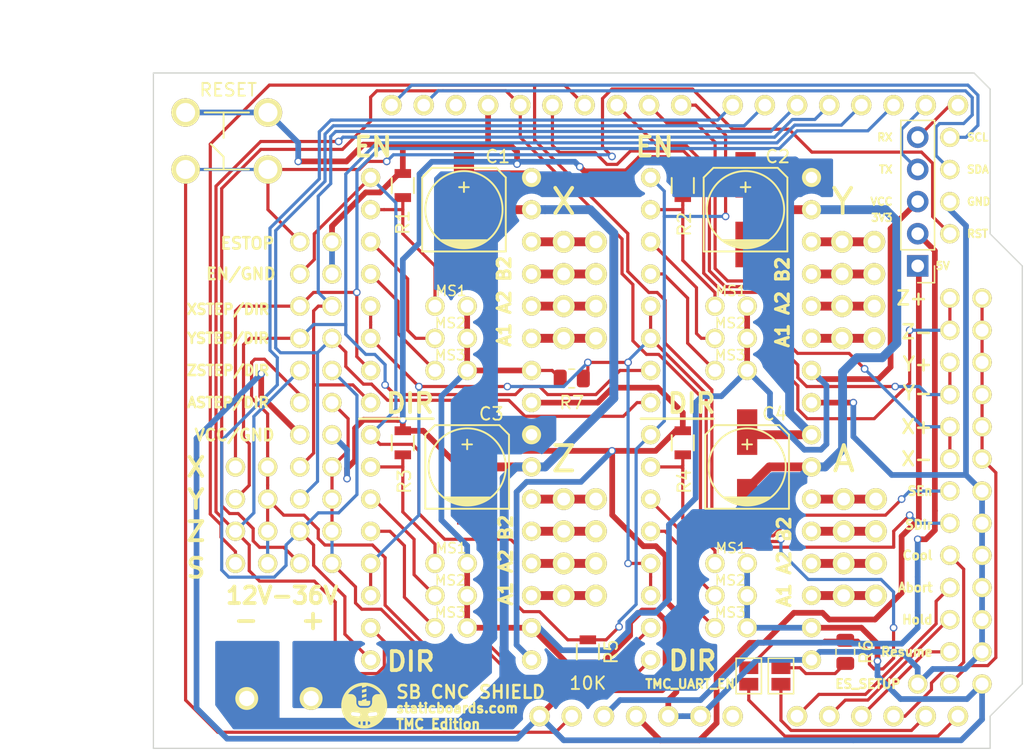
<source format=kicad_pcb>
(kicad_pcb (version 20211014) (generator pcbnew)
  (layers (0 "F.Cu" signal) (31 "B.Cu" signal) (34 "B.Paste" user) (35 "F.Paste" user) (36 "B.SilkS" user "B.Silkscreen") (37 "F.SilkS" user "F.Silkscreen") (38 "B.Mask" user) (39 "F.Mask" user) (44 "Edge.Cuts" user))
  (net 0 "")
  (net 1 "RESET")
  (net 2 "Net-(P1-Pad1)")
  (net 3 "Net-(P1-Pad2)")
  (net 4 "Net-(P1-Pad3)")
  (net 5 "Net-(P1-Pad4)")
  (net 6 "Net-(P2-Pad1)")
  (net 7 "Net-(P2-Pad2)")
  (net 8 "Net-(P2-Pad3)")
  (net 9 "Net-(P2-Pad4)")
  (net 10 "Net-(P3-Pad1)")
  (net 11 "Net-(P3-Pad2)")
  (net 12 "Net-(P3-Pad3)")
  (net 13 "Net-(P3-Pad4)")
  (net 14 "Net-(P4-Pad1)")
  (net 15 "Net-(P4-Pad2)")
  (net 16 "Net-(P4-Pad3)")
  (net 17 "Net-(P4-Pad4)")
  (net 18 "VCC")
  (net 19 "Net-(JP1-Pad2)")
  (net 20 "Net-(JP2-Pad2)")
  (net 21 "Net-(JP3-Pad2)")
  (net 22 "Net-(JP4-Pad2)")
  (net 23 "Net-(JP5-Pad2)")
  (net 24 "Net-(JP6-Pad2)")
  (net 25 "Net-(JP7-Pad2)")
  (net 26 "Net-(JP8-Pad2)")
  (net 27 "Net-(JP9-Pad2)")
  (net 28 "Net-(JP10-Pad2)")
  (net 29 "Net-(JP11-Pad2)")
  (net 30 "Net-(JP12-Pad2)")
  (net 31 "GND")
  (net 32 "EN")
  (net 33 "XSTEP")
  (net 34 "XDIR")
  (net 35 "VIN")
  (net 36 "YSTEP")
  (net 37 "YDIR")
  (net 38 "ZSTEP")
  (net 39 "ZDIR")
  (net 40 "ZLIMIT")
  (net 41 "YLIMIT")
  (net 42 "XLIMIT")
  (net 43 "COOLANT")
  (net 44 "SPIN_DIR")
  (net 45 "SPIN_EN")
  (net 46 "ABORT")
  (net 47 "HOLD")
  (net 48 "RESUME")
  (net 49 "+3V3")
  (net 50 "TX")
  (net 51 "RX")
  (net 52 "SDA")
  (net 53 "SCL")
  (net 54 "ASTEP")
  (net 55 "ADIR")
  (net 56 "EN_SETUP")
  (net 57 "GNDA")
  (net 60 "+5V")
  (net 61 "TMC_TX")
  (net 62 "TMC_RX")
  (net 63 "TMC_UART")
  (net 64 "Net-(JP40-Pad2)")
  (footprint "footprints:POLOLU_STEPPER_DRIVER" (layer "F.Cu") (at 153.543 74.295 -90)
    (fp_text reference "U3" hide)
    (fp_text value "Y" hide)
  )
  (footprint "footprints:POLOLU_STEPPER_DRIVER" (layer "F.Cu") (at 131.445 94.615 -90)
    (fp_text reference "U4" hide)
    (fp_text value "Z" hide)
  )
  (footprint "footprints:POLOLU_STEPPER_DRIVER" (layer "F.Cu") (at 153.543 94.615 -90)
    (fp_text reference "U5" hide)
    (fp_text value "A" hide)
  )
  (footprint "footprints:POLOLU_STEPPER_DRIVER" (layer "F.Cu") (at 131.445 74.295 -90)
    (fp_text reference "U2" hide)
    (fp_text value "X" hide)
  )
  (footprint "footprints:Pin_100mil_Header_Straight_1x02" (layer "F.Cu") (at 139.065 84.455 -90)
    (fp_text reference "JP1" hide)
    (fp_text value "Jumper_NO_Small" hide)
  )
  (footprint "footprints:Pin_100mil_Header_Straight_1x02" (layer "F.Cu") (at 139.065 86.995 -90)
    (fp_text reference "JP2" hide)
    (fp_text value "Jumper_NO_Small" hide)
  )
  (footprint "footprints:Pin_100mil_Header_Straight_1x02" (layer "F.Cu") (at 139.065 89.535 -90)
    (fp_text reference "JP3" hide)
    (fp_text value "Jumper_NO_Small" hide)
  )
  (footprint "footprints:Pin_100mil_Header_Straight_1x02" (layer "F.Cu") (at 161.163 84.455 -90)
    (fp_text reference "JP4" hide)
    (fp_text value "Jumper_NO_Small" hide)
  )
  (footprint "footprints:Pin_100mil_Header_Straight_1x02" (layer "F.Cu") (at 161.163 86.995 -90)
    (fp_text reference "JP5" hide)
    (fp_text value "Jumper_NO_Small" hide)
  )
  (footprint "footprints:Pin_100mil_Header_Straight_1x02" (layer "F.Cu") (at 161.163 89.535 -90)
    (fp_text reference "JP6" hide)
    (fp_text value "Jumper_NO_Small" hide)
  )
  (footprint "footprints:Pin_100mil_Header_Straight_1x02" (layer "F.Cu") (at 139.065 104.775 -90)
    (fp_text reference "JP7" hide)
    (fp_text value "Jumper_NO_Small" hide)
  )
  (footprint "footprints:Pin_100mil_Header_Straight_1x02" (layer "F.Cu") (at 139.065 107.315 -90)
    (fp_text reference "JP8" hide)
    (fp_text value "Jumper_NO_Small" hide)
  )
  (footprint "footprints:Pin_100mil_Header_Straight_1x02" (layer "F.Cu") (at 139.065 109.855 -90)
    (fp_text reference "JP9" hide)
    (fp_text value "Jumper_NO_Small" hide)
  )
  (footprint "footprints:Pin_100mil_Header_Straight_1x02" (layer "F.Cu") (at 161.163 104.775 -90)
    (fp_text reference "JP10" hide)
    (fp_text value "Jumper_NO_Small" hide)
  )
  (footprint "footprints:Pin_100mil_Header_Straight_1x02" (layer "F.Cu") (at 161.163 107.315 -90)
    (fp_text reference "JP11" hide)
    (fp_text value "Jumper_NO_Small" hide)
  )
  (footprint "footprints:Pin_100mil_Header_Straight_1x02" (layer "F.Cu") (at 161.163 109.855 -90)
    (fp_text reference "JP12" hide)
    (fp_text value "Jumper_NO_Small" hide)
  )
  (footprint "Resistors_SMD:R_0805" (layer "F.Cu") (at 133.985 74.93 90)
    (fp_text reference "R1")
    (fp_text value "100K" hide)
  )
  (footprint "Resistors_SMD:R_0805" (layer "F.Cu") (at 156.083 74.93 90)
    (fp_text reference "R2")
    (fp_text value "100K" hide)
  )
  (footprint "Resistors_SMD:R_0805" (layer "F.Cu") (at 133.985 95.25 90)
    (fp_text reference "R3")
    (fp_text value "100K" hide)
  )
  (footprint "Resistors_SMD:R_0805" (layer "F.Cu") (at 156.083 95.25 90)
    (fp_text reference "R4")
    (fp_text value "100K" hide)
  )
  (footprint "Capacitors_SMD:c_elec_6.3x7.7" (layer "F.Cu") (at 138.811 76.835 90)
    (fp_text reference "C1")
    (fp_text value "100uF" hide)
  )
  (footprint "Capacitors_SMD:c_elec_6.3x7.7" (layer "F.Cu") (at 161.036 76.835 90)
    (fp_text reference "C2")
    (fp_text value "100uF" hide)
  )
  (footprint "Capacitors_SMD:c_elec_6.3x7.7" (layer "F.Cu") (at 139.065 97.155 90)
    (fp_text reference "C3")
    (fp_text value "100uF" hide)
  )
  (footprint "Capacitors_SMD:c_elec_6.3x7.7" (layer "F.Cu") (at 161.163 97.155 90)
    (fp_text reference "C4")
    (fp_text value "100uF" hide)
  )
  (footprint "footprints:Pin_100mil_Header_Straight_1x02" (layer "F.Cu") (at 179.705 83.82 -90)
    (fp_text reference "JP13" hide)
    (fp_text value "Z+")
  )
  (footprint "footprints:Pin_100mil_Header_Straight_1x02" (layer "F.Cu") (at 179.705 86.36 -90)
    (fp_text reference "JP14" hide)
    (fp_text value "Z-")
  )
  (footprint "footprints:Pin_100mil_Header_Straight_1x02" (layer "F.Cu") (at 179.705 88.9 -90)
    (fp_text reference "JP15" hide)
    (fp_text value "Y+")
  )
  (footprint "footprints:Pin_100mil_Header_Straight_1x02" (layer "F.Cu") (at 179.705 91.44 -90)
    (fp_text reference "JP16" hide)
    (fp_text value "Y-")
  )
  (footprint "footprints:Pin_100mil_Header_Straight_1x02" (layer "F.Cu") (at 179.705 93.98 -90)
    (fp_text reference "JP17" hide)
    (fp_text value "X+")
  )
  (footprint "footprints:Pin_100mil_Header_Straight_1x02" (layer "F.Cu") (at 179.705 96.52 -90)
    (fp_text reference "JP18" hide)
    (fp_text value "X-")
  )
  (footprint "footprints:Pin_100mil_Header_Straight_1x02" (layer "F.Cu") (at 179.705 99.06 -90)
    (fp_text reference "JP19" hide)
    (fp_text value "SEn")
  )
  (footprint "footprints:Pin_100mil_Header_Straight_1x02" (layer "F.Cu") (at 179.705 101.6 -90)
    (fp_text reference "JP20" hide)
    (fp_text value "SDir")
  )
  (footprint "footprints:Pin_100mil_Header_Straight_1x02" (layer "F.Cu") (at 179.705 104.14 -90)
    (fp_text reference "JP21" hide)
    (fp_text value "Cool")
  )
  (footprint "footprints:Pin_100mil_Header_Straight_1x02" (layer "F.Cu") (at 179.705 106.68 -90)
    (fp_text reference "JP22" hide)
    (fp_text value "Abort")
  )
  (footprint "footprints:Pin_100mil_Header_Straight_1x02" (layer "F.Cu") (at 179.705 109.22 -90)
    (fp_text reference "JP23" hide)
    (fp_text value "Hold")
  )
  (footprint "footprints:Pin_100mil_Header_Straight_1x02" (layer "F.Cu") (at 179.705 111.76 -90)
    (fp_text reference "JP24" hide)
    (fp_text value "Resume")
  )
  (footprint "Connector_PinHeader_2.54mm:PinHeader_1x05_P2.54mm_Vertical" (layer "F.Cu") (at 174.625 81.275 180)
    (fp_text reference "P5" hide)
    (fp_text value "Conn_01x05" hide)
  )
  (footprint "Pin_Headers:Pin_Header_Straight_1x04" (layer "F.Cu") (at 177.165 78.74 180)
    (fp_text reference "P6" hide)
    (fp_text value "I2C" hide)
  )
  (footprint "Pin_Headers:Pin_Header_Straight_1x03" (layer "F.Cu") (at 179.705 114.3 -90)
    (fp_text reference "P7" hide)
    (fp_text value "ES_SETUP")
  )
  (footprint "footprints:Pin_100mil_Header_Straight_1x02" (layer "F.Cu") (at 128.397 79.375 -90)
    (fp_text reference "JP25" hide)
    (fp_text value "ESTOP")
  )
  (footprint "footprints:Pin_100mil_Header_Straight_1x02" (layer "F.Cu") (at 125.857 81.915 90)
    (fp_text reference "JP26" hide)
    (fp_text value "EN/GND")
  )
  (footprint "footprints:Pin_100mil_Header_Straight_1x02" (layer "F.Cu") (at 125.857 84.455 90)
    (fp_text reference "JP27" hide)
    (fp_text value "XSTEP/DIR")
  )
  (footprint "footprints:Pin_100mil_Header_Straight_1x02" (layer "F.Cu") (at 125.857 86.995 90)
    (fp_text reference "JP28" hide)
    (fp_text value "YSTEP/DIR")
  )
  (footprint "footprints:Pin_100mil_Header_Straight_1x02" (layer "F.Cu") (at 125.857 89.535 90)
    (fp_text reference "JP29" hide)
    (fp_text value "ZSTEP/DIR")
  )
  (footprint "footprints:Pin_100mil_Header_Straight_1x02" (layer "F.Cu") (at 125.857 92.075 90)
    (fp_text reference "JP30" hide)
    (fp_text value "ASTEP/DIR")
  )
  (footprint "footprints:Pin_100mil_Header_Straight_1x02" (layer "F.Cu") (at 125.857 94.615 90)
    (fp_text reference "JP31" hide)
    (fp_text value "VCC/GND")
  )
  (footprint "footprints:Pin_100mil_Header_Straight_1x02" (layer "F.Cu") (at 120.777 97.155 90)
    (fp_text reference "JP32" hide)
    (fp_text value "Jumper_NO_Small" hide)
  )
  (footprint "footprints:Pin_100mil_Header_Straight_1x02" (layer "F.Cu") (at 120.777 99.695 90)
    (fp_text reference "JP33" hide)
    (fp_text value "Jumper_NO_Small" hide)
  )
  (footprint "footprints:Pin_100mil_Header_Straight_1x02" (layer "F.Cu") (at 120.777 102.235 90)
    (fp_text reference "JP34" hide)
    (fp_text value "Jumper_NO_Small" hide)
  )
  (footprint "footprints:Pin_100mil_Header_Straight_1x02" (layer "F.Cu") (at 120.777 104.775 90)
    (fp_text reference "JP35" hide)
    (fp_text value "Jumper_NO_Small" hide)
  )
  (footprint "footprints:Pin_100mil_Header_Straight_1x02" (layer "F.Cu") (at 125.857 97.155 90)
    (fp_text reference "JP36" hide)
    (fp_text value "Jumper_NO_Small" hide)
  )
  (footprint "footprints:Pin_100mil_Header_Straight_1x02" (layer "F.Cu") (at 125.857 99.695 90)
    (fp_text reference "JP37" hide)
    (fp_text value "Jumper_NO_Small" hide)
  )
  (footprint "footprints:Pin_100mil_Header_Straight_1x02" (layer "F.Cu") (at 125.857 102.235 90)
    (fp_text reference "JP38" hide)
    (fp_text value "Jumper_NO_Small" hide)
  )
  (footprint "footprints:Pin_100mil_Header_Straight_1x02" (layer "F.Cu") (at 125.857 104.775 90)
    (fp_text reference "JP39" hide)
    (fp_text value "Jumper_NO_Small" hide)
  )
  (footprint "Pin_Headers:Pin_Header_Straight_2x04" (layer "F.Cu") (at 146.685 79.375)
    (fp_text reference "P1" hide)
    (fp_text value "X")
  )
  (footprint "Pin_Headers:Pin_Header_Straight_2x04" (layer "F.Cu") (at 168.656 79.375)
    (fp_text reference "P2" hide)
    (fp_text value "Y")
  )
  (footprint "Pin_Headers:Pin_Header_Straight_2x04" (layer "F.Cu") (at 146.685 99.695)
    (fp_text reference "P3" hide)
    (fp_text value "Z")
  )
  (footprint "Pin_Headers:Pin_Header_Straight_2x04" (layer "F.Cu") (at 168.783 99.695)
    (fp_text reference "P4" hide)
    (fp_text value "A")
  )
  (footprint "footprints:CONN_01x02_PITCH_5.08mm" (layer "F.Cu") (at 124.206 115.443)
    (fp_text reference "P8" hide)
    (fp_text value "12V-36V")
  )
  (footprint "footprints:SWITCH_TACTILE_6.5_PTH" (layer "F.Cu") (at 116.84 73.66)
    (fp_text reference "SW1" hide)
    (fp_text value "RESET")
  )
  (footprint "Resistors_SMD:R_0805" (layer "F.Cu") (at 148.59 111.76 90)
    (fp_text reference "R5")
    (fp_text value "10K")
  )
  (footprint "footprints:staticboards_logo" (layer "F.Cu") (at 130.937 116)
    (fp_text reference "G***" hide)
    (fp_text value "LOGO" hide)
  )
  (footprint "sb-cnc-shield:ARDUINO_SHIELD" (layer "F.Cu") (at 114.3 119.38)
    (fp_text reference "U1" hide)
    (fp_text value "ARDUINO_UNO_SHIELD" hide)
  )
  (footprint "Jumper:SolderJumper-2_P1.3mm_Open_Pad1.0x1.5mm" (layer "F.Cu") (at 163.83 113.665 90)
    (fp_text reference "JP40" hide)
    (fp_text value "Jumper_NO_Small" hide)
  )
  (footprint "Jumper:SolderJumper-2_P1.3mm_Open_Pad1.0x1.5mm" (layer "F.Cu") (at 161.29 113.665 90)
    (fp_text reference "JP41" hide)
    (fp_text value "Jumper_NO_Small" hide)
  )
  (footprint "Resistor_SMD:R_0805_2012Metric" (layer "F.Cu") (at 168.91 111.76 -90)
    (fp_text reference "R6")
    (fp_text value "1K")
  )
  (footprint "Resistor_SMD:R_0805_2012Metric" (layer "F.Cu") (at 147.32 90.17)
    (fp_text reference "R7")
    (fp_text value "10K" hide)
  )
  (gr_line (start 130.556 93.345) (end 136.398 93.345) (layer "F.SilkS") (width 0.2))
  (gr_line (start 152.781 93.345) (end 158.496 93.345) (layer "F.SilkS") (width 0.2))
  (gr_line (start 114.3 119.38) (end 114.3 66.04) (layer "Edge.Cuts") (width 0.1))
  (gr_line (start 180.34 116.84) (end 180.34 119.38) (layer "Edge.Cuts") (width 0.1))
  (gr_line (start 180.34 67.31) (end 180.34 78.74) (layer "Edge.Cuts") (width 0.1))
  (gr_line (start 182.88 114.3) (end 180.34 116.84) (layer "Edge.Cuts") (width 0.1))
  (gr_line (start 179.07 66.04) (end 180.34 67.31) (layer "Edge.Cuts") (width 0.1))
  (gr_line (start 180.34 78.74) (end 182.88 81.28) (layer "Edge.Cuts") (width 0.1))
  (gr_line (start 180.34 119.38) (end 114.3 119.38) (layer "Edge.Cuts") (width 0.1))
  (gr_line (start 182.88 81.28) (end 182.88 114.3) (layer "Edge.Cuts") (width 0.1))
  (gr_line (start 114.3 66.04) (end 179.07 66.04) (layer "Edge.Cuts") (width 0.1))
  (gr_text "MS1" (at 137.795 103.5685) (layer "F.SilkS") (effects (font (size 0.8 0.8) (thickness 0.125))))
  (gr_text "MS2" (at 137.7315 106.1085) (layer "F.SilkS") (effects (font (size 0.8 0.8) (thickness 0.125))))
  (gr_text "MS3" (at 137.7315 108.6485) (layer "F.SilkS") (effects (font (size 0.8 0.8) (thickness 0.125))))
  (gr_text "MS1" (at 159.893 103.5685) (layer "F.SilkS") (effects (font (size 0.8 0.8) (thickness 0.125))))
  (gr_text "MS2" (at 159.8295 106.1085) (layer "F.SilkS") (effects (font (size 0.8 0.8) (thickness 0.125))))
  (gr_text "MS3" (at 159.8295 108.6485) (layer "F.SilkS") (effects (font (size 0.8 0.8) (thickness 0.125))))
  (gr_text "MS1" (at 159.893 83.2485) (layer "F.SilkS") (effects (font (size 0.8 0.8) (thickness 0.125))))
  (gr_text "MS2" (at 159.8295 85.7885) (layer "F.SilkS") (effects (font (size 0.8 0.8) (thickness 0.125))))
  (gr_text "MS3" (at 159.8295 88.3285) (layer "F.SilkS") (effects (font (size 0.8 0.8) (thickness 0.125))))
  (gr_text "SDA" (at 178.435 73.66) (layer "F.SilkS") (effects (font (size 0.6 0.6)) (justify left)))
  (gr_text "5V" (at 175.955 81.275) (layer "F.SilkS") (effects (font (size 0.6 0.6)) (justify left)))
  (gr_text "X" (at 117.6528 97.1804) (layer "F.SilkS") (effects (font (size 1.5 1.5) (thickness 0.3))))
  (gr_text "VCC" (at 172.72 76.2) (layer "F.SilkS") (effects (font (size 0.6 0.6)) (justify right)))
  (gr_text "A1 A2 B2" (at 163.957 84.1375 90) (layer "F.SilkS") (effects (font (size 1 1) (thickness 0.25))))
  (gr_text "A1 A2 B2\n" (at 142.113 104.521 90) (layer "F.SilkS") (effects (font (size 1 1) (thickness 0.25))))
  (gr_text "EN" (at 131.6355 71.882) (layer "F.SilkS") (effects (font (size 1.5 1.5) (thickness 0.3))))
  (gr_text "TX" (at 172.72 73.66) (layer "F.SilkS") (effects (font (size 0.6 0.6)) (justify right)))
  (gr_text "SCL" (at 178.435 71.12) (layer "F.SilkS") (effects (font (size 0.6 0.6)) (justify left)))
  (gr_text "MS1" (at 137.795 83.2485) (layer "F.SilkS") (effects (font (size 0.8 0.8) (thickness 0.125))))
  (gr_text "Y" (at 117.6528 99.7204) (layer "F.SilkS") (effects (font (size 1.5 1.5) (thickness 0.3))))
  (gr_text "MS2" (at 137.7315 85.7885) (layer "F.SilkS") (effects (font (size 0.8 0.8) (thickness 0.125))))
  (gr_text "DIR" (at 156.7815 92.1385) (layer "F.SilkS") (effects (font (size 1.5 1.5) (thickness 0.3))))
  (gr_text "EN" (at 153.8605 71.882) (layer "F.SilkS") (effects (font (size 1.5 1.5) (thickness 0.3))))
  (gr_text "TMC Edition" (at 133.35 117.475) (layer "F.SilkS") (effects (font (size 0.75 0.75) (thickness 0.1875)) (justify left)))
  (gr_text "DIR" (at 156.845 112.4585) (layer "F.SilkS") (effects (font (size 1.5 1.5) (thickness 0.3))))
  (gr_text "S" (at 117.6528 105.156) (layer "F.SilkS") (effects (font (size 1.5 1.5) (thickness 0.3))))
  (gr_text "A1 A2 B2" (at 141.986 84.074 90) (layer "F.SilkS") (effects (font (size 1 1) (thickness 0.25))))
  (gr_text "RST" (at 178.435 78.74) (layer "F.SilkS") (effects (font (size 0.6 0.6)) (justify left)))
  (gr_text "MS3" (at 137.7315 88.3285) (layer "F.SilkS") (effects (font (size 0.8 0.8) (thickness 0.125))))
  (gr_text "-   +" (at 124.2568 109.22) (layer "F.SilkS") (effects (font (size 1.5 1.5) (thickness 0.3))))
  (gr_text "A1 A2 B2" (at 164.084 104.648 90) (layer "F.SilkS") (effects (font (size 1 1) (thickness 0.25))))
  (gr_text "Z" (at 117.6528 102.2604) (layer "F.SilkS") (effects (font (size 1.5 1.5) (thickness 0.3))))
  (gr_text "SB CNC SHIELD" (at 133.35 114.935) (layer "F.SilkS") (effects (font (size 1 1) (thickness 0.2)) (justify left)))
  (gr_text "DIR" (at 134.62 112.522) (layer "F.SilkS") (effects (font (size 1.5 1.5) (thickness 0.3))))
  (gr_text "staticboards.com" (at 133.35 116.205) (layer "F.SilkS") (effects (font (size 0.75 0.75) (thickness 0.1875)) (justify left)))
  (gr_text "TMC_UART_EN" (at 160.29 114.3) (layer "F.SilkS") (effects (font (size 0.7 0.7) (thickness 0.175)) (justify right)))
  (gr_text "RX" (at 172.72 71.12) (layer "F.SilkS") (effects (font (size 0.6 0.6)) (justify right)))
  (gr_text "DIR" (at 134.5565 92.1385) (layer "F.SilkS") (effects (font (size 1.5 1.5) (thickness 0.3))))
  (gr_text "GND" (at 178.435 76.2) (layer "F.SilkS") (effects (font (size 0.6 0.6)) (justify left)))
  (gr_text "3V3" (at 172.72 77.47) (layer "F.SilkS") (effects (font (size 0.6 0.6)) (justify right)))
  (segment (start 150.495 72.633498) (end 149.746489 71.884987) (width 0.25) (layer "F.Cu") (net 1))
  (segment (start 164.465 70.485) (end 166.269511 72.289511) (width 0.25) (layer "F.Cu") (net 1))
  (segment (start 149.746489 71.884987) (end 149.746489 68.058511) (width 0.25) (layer "F.Cu") (net 1))
  (segment (start 160.02 70.485) (end 164.465 70.485) (width 0.25) (layer "F.Cu") (net 1))
  (segment (start 132.715 73.025) (end 131.18834 73.025) (width 0.25) (layer "F.Cu") (net 1))
  (segment (start 156.845 67.31) (end 160.02 70.485) (width 0.25) (layer "F.Cu") (net 1))
  (segment (start 147.32 116.84) (end 146.05 118.11) (width 0.25) (layer "F.Cu") (net 1))
  (segment (start 119.38 118.11) (end 116.84 115.57) (width 0.25) (layer "F.Cu") (net 1))
  (segment (start 123.34 76.8326) (end 123.34 73.66) (width 0.25) (layer "F.Cu") (net 1))
  (segment (start 175.799511 77.374511) (end 177.165 78.74) (width 0.25) (layer "F.Cu") (net 1))
  (segment (start 166.269511 72.289511) (end 174.920521 72.289511) (width 0.25) (layer "F.Cu") (net 1))
  (segment (start 130.55334 73.66) (end 123.34 73.66) (width 0.25) (layer "F.Cu") (net 1))
  (segment (start 175.799511 73.168501) (end 175.799511 77.374511) (width 0.25) (layer "F.Cu") (net 1))
  (segment (start 174.920521 72.289511) (end 175.799511 73.168501) (width 0.25) (layer "F.Cu") (net 1))
  (segment (start 131.18834 73.025) (end 130.55334 73.66) (width 0.25) (layer "F.Cu") (net 1))
  (segment (start 149.746489 68.058511) (end 150.495 67.31) (width 0.25) (layer "F.Cu") (net 1))
  (segment (start 125.857 79.3496) (end 123.34 76.8326) (width 0.25) (layer "F.Cu") (net 1))
  (segment (start 146.05 118.11) (end 119.38 118.11) (width 0.25) (layer "F.Cu") (net 1))
  (segment (start 116.84 115.57) (end 116.84 73.66) (width 0.25) (layer "F.Cu") (net 1))
  (segment (start 150.495 67.31) (end 156.845 67.31) (width 0.25) (layer "F.Cu") (net 1))
  (via (at 132.715 73.025) (size 0.6) (drill 0.4) (layers "F.Cu" "B.Cu") (net 1))
  (via (at 150.495 72.633498) (size 0.6) (drill 0.4) (layers "F.Cu" "B.Cu") (net 1))
  (segment (start 150.495 72.633498) (end 150.362382 72.50088) (width 0.25) (layer "B.Cu") (net 1))
  (segment (start 133.23912 72.50088) (end 132.715 73.025) (width 0.25) (layer "B.Cu") (net 1))
  (segment (start 116.84 73.66) (end 123.34 73.66) (width 0.25) (layer "B.Cu") (net 1))
  (segment (start 150.362382 72.50088) (end 133.23912 72.50088) (width 0.25) (layer "B.Cu") (net 1))
  (segment (start 144.145 79.375) (end 146.685 79.375) (width 0.7) (layer "F.Cu") (net 2))
  (segment (start 149.225 79.375) (end 146.685 79.375) (width 0.7) (layer "F.Cu") (net 2))
  (segment (start 144.145 81.915) (end 146.685 81.915) (width 0.7) (layer "F.Cu") (net 3))
  (segment (start 149.225 81.915) (end 146.685 81.915) (width 0.7) (layer "F.Cu") (net 3))
  (segment (start 144.145 84.455) (end 146.685 84.455) (width 0.7) (layer "F.Cu") (net 4))
  (segment (start 149.225 84.455) (end 146.685 84.455) (width 0.7) (layer "F.Cu") (net 4))
  (segment (start 144.145 86.995) (end 146.685 86.995) (width 0.7) (layer "F.Cu") (net 5))
  (segment (start 149.225 86.995) (end 146.685 86.995) (width 0.7) (layer "F.Cu") (net 5))
  (segment (start 166.243 79.375) (end 168.656 79.375) (width 0.7) (layer "F.Cu") (net 6))
  (segment (start 168.656 79.375) (end 171.196 79.375) (width 0.7) (layer "F.Cu") (net 6))
  (segment (start 168.656 81.915) (end 171.196 81.915) (width 0.7) (layer "F.Cu") (net 7))
  (segment (start 166.243 81.915) (end 168.656 81.915) (width 0.7) (layer "F.Cu") (net 7))
  (segment (start 166.243 84.455) (end 168.656 84.455) (width 0.7) (layer "F.Cu") (net 8))
  (segment (start 168.656 84.455) (end 171.196 84.455) (width 0.7) (layer "F.Cu") (net 8))
  (segment (start 166.243 86.995) (end 168.656 86.995) (width 0.7) (layer "F.Cu") (net 9))
  (segment (start 168.656 86.995) (end 171.196 86.995) (width 0.7) (layer "F.Cu") (net 9))
  (segment (start 149.225 99.695) (end 146.685 99.695) (width 0.7) (layer "F.Cu") (net 10))
  (segment (start 144.145 99.695) (end 146.685 99.695) (width 0.7) (layer "F.Cu") (net 10))
  (segment (start 149.225 102.235) (end 146.685 102.235) (width 0.7) (layer "F.Cu") (net 11))
  (segment (start 144.145 102.235) (end 146.685 102.235) (width 0.7) (layer "F.Cu") (net 11))
  (segment (start 146.685 104.775) (end 149.225 104.775) (width 0.7) (layer "F.Cu") (net 12))
  (segment (start 144.145 104.775) (end 146.685 104.775) (width 0.7) (layer "F.Cu") (net 12))
  (segment (start 149.225 107.315) (end 146.685 107.315) (width 0.7) (layer "F.Cu") (net 13))
  (segment (start 144.145 107.315) (end 146.685 107.315) (width 0.7) (layer "F.Cu") (net 13))
  (segment (start 171.323 99.695) (end 168.783 99.695) (width 0.7) (layer "F.Cu") (net 14))
  (segment (start 166.243 99.695) (end 168.783 99.695) (width 0.7) (layer "F.Cu") (net 14))
  (segment (start 166.243 102.235) (end 168.783 102.235) (width 0.7) (layer "F.Cu") (net 15))
  (segment (start 168.783 102.235) (end 171.323 102.235) (width 0.7) (layer "F.Cu") (net 15))
  (segment (start 166.243 104.775) (end 168.783 104.775) (width 0.7) (layer "F.Cu") (net 16))
  (segment (start 168.783 104.775) (end 171.323 104.775) (width 0.7) (layer "F.Cu") (net 16))
  (segment (start 168.783 107.315) (end 171.323 107.315) (width 0.7) (layer "F.Cu") (net 17))
  (segment (start 166.243 107.315) (end 168.783 107.315) (width 0.7) (layer "F.Cu") (net 17))
  (segment (start 170.18 109.855) (end 166.243 109.855) (width 0.45) (layer "F.Cu") (net 18))
  (segment (start 149.69 112.71) (end 151.92248 110.47752) (width 0.45) (layer "F.Cu") (net 18))
  (segment (start 139.065 108.581) (end 139.065 109.855) (width 0.45) (layer "F.Cu") (net 18))
  (segment (start 154.448472 114.791528) (end 146.828472 114.791528) (width 0.45) (layer "F.Cu") (net 18))
  (segment (start 151.92248 109.45368) (end 152.881159 108.495001) (width 0.45) (layer "F.Cu") (net 18))
  (segment (start 161.163 85.53263) (end 161.163 86.995) (width 0.45) (layer "F.Cu") (net 18))
  (segment (start 161.163 89.535) (end 161.163 86.995) (width 0.45) (layer "F.Cu") (net 18))
  (segment (start 153.929403 108.495001) (end 154.723001 109.288599) (width 0.45) (layer "F.Cu") (net 18))
  (segment (start 122.809 91.567) (end 122.809 89.789) (width 0.45) (layer "F.Cu") (net 18))
  (segment (start 144.145 89.535) (end 139.065 89.535) (width 0.45) (layer "F.Cu") (net 18))
  (segment (start 145.7725 89.535) (end 144.145 89.535) (width 0.25) (layer "F.Cu") (net 18))
  (segment (start 166.243 89.59342) (end 166.86784 90.21826) (width 0.45) (layer "F.Cu") (net 18))
  (segment (start 154.723001 109.288599) (end 154.723001 114.516999) (width 0.45) (layer "F.Cu") (net 18))
  (segment (start 161.163 84.455) (end 161.163 85.53263) (width 0.45) (layer "F.Cu") (net 18))
  (segment (start 139.065 86.995) (end 139.065 89.535) (width 0.45) (layer "F.Cu") (net 18))
  (segment (start 154.723001 114.516999) (end 154.448472 114.791528) (width 0.45) (layer "F.Cu") (net 18))
  (segment (start 152.881159 108.495001) (end 153.929403 108.495001) (width 0.45) (layer "F.Cu") (net 18))
  (segment (start 171.45 112.4845) (end 171.45 111.125) (width 0.45) (layer "F.Cu") (net 18))
  (segment (start 125.857 94.615) (end 122.809 91.567) (width 0.45) (layer "F.Cu") (net 18))
  (segment (start 148.59 112.71) (end 149.69 112.71) (width 0.45) (layer "F.Cu") (net 18))
  (segment (start 139.065 84.455) (end 139.065 85.53263) (width 0.45) (layer "F.Cu") (net 18))
  (segment (start 151.92248 110.47752) (end 151.92248 109.45368) (width 0.45) (layer "F.Cu") (net 18))
  (segment (start 171.52874 90.21826) (end 172.484111 89.262889) (width 0.45) (layer "F.Cu") (net 18))
  (segment (start 171.45 111.125) (end 170.18 109.855) (width 0.45) (layer "F.Cu") (net 18))
  (segment (start 166.243 89.535) (end 166.243 89.59342) (width 0.45) (layer "F.Cu") (net 18))
  (segment (start 139.065 107.315) (end 139.065 108.581) (width 0.45) (layer "F.Cu") (net 18))
  (segment (start 146.828472 114.791528) (end 144.78 116.84) (width 0.45) (layer "F.Cu") (net 18))
  (segment (start 147 112.71) (end 144.145 109.855) (width 0.45) (layer "F.Cu") (net 18))
  (segment (start 172.484111 78.335889) (end 174.625 76.195) (width 0.45) (layer "F.Cu") (net 18))
  (segment (start 172.484111 89.262889) (end 172.484111 78.335889) (width 0.45) (layer "F.Cu") (net 18))
  (segment (start 139.065 104.775) (end 139.065 107.315) (width 0.45) (layer "F.Cu") (net 18))
  (segment (start 148.59 112.71) (end 147 112.71) (width 0.45) (layer "F.Cu") (net 18))
  (segment (start 139.065 85.53263) (end 139.065 86.995) (width 0.45) (layer "F.Cu") (net 18))
  (segment (start 144.145 109.855) (end 139.065 109.855) (width 0.45) (layer "F.Cu") (net 18))
  (segment (start 146.4075 90.17) (end 145.7725 89.535) (width 0.25) (layer "F.Cu") (net 18))
  (segment (start 166.86784 90.21826) (end 171.52874 90.21826) (width 0.45) (layer "F.Cu") (net 18))
  (via (at 122.809 89.789) (size 0.6) (drill 0.4) (layers "F.Cu" "B.Cu") (net 18))
  (via (at 171.45 112.4845) (size 0.6) (drill 0.4) (layers "F.Cu" "B.Cu") (net 18))
  (segment (start 117.7036 116.205) (end 120.1166 118.618) (width 0.45) (layer "B.Cu") (net 18))
  (segment (start 167.423001 95.361399) (end 166.989399 95.795001) (width 0.45) (layer "B.Cu") (net 18))
  (segment (start 150.277682 111.633) (end 151.778801 110.131881) (width 0.45) (layer "B.Cu") (net 18))
  (segment (start 146.685 118.745) (end 144.78 116.84) (width 0.45) (layer "B.Cu") (net 18))
  (segment (start 162.9664 91.3384) (end 161.163 89.535) (width 0.45) (layer "B.Cu") (net 18))
  (segment (start 139.065 103.378) (end 139.065 104.775) (width 0.45) (layer "B.Cu") (net 18))
  (segment (start 122.809 89.789) (end 117.7036 94.8944) (width 0.45) (layer "B.Cu") (net 18))
  (segment (start 173.271511 115.486511) (end 171.45 113.665) (width 0.45) (layer "B.Cu") (net 18))
  (segment (start 137.033 91.567) (end 137.033 101.346) (width 0.45) (layer "B.Cu") (net 18))
  (segment (start 143.002 118.618) (end 144.78 116.84) (width 0.45) (layer "B.Cu") (net 18))
  (segment (start 166.243 89.535) (end 167.423001 90.715001) (width 0.45) (layer "B.Cu") (net 18))
  (segment (start 179.705 114.3) (end 178.518489 115.486511) (width 0.45) (layer "B.Cu") (net 18))
  (segment (start 165.676599 95.795001) (end 166.989399 95.795001) (width 0.45) (layer "B.Cu") (net 18))
  (segment (start 162.9664 91.3384) (end 162.9664 93.084802) (width 0.45) (layer "B.Cu") (net 18))
  (segment (start 161.163 107.315) (end 161.163 104.775) (width 0.45) (layer "B.Cu") (net 18))
  (segment (start 166.243 109.855) (end 161.163 109.855) (width 0.45) (layer "B.Cu") (net 18))
  (segment (start 144.7546 109.855) (end 146.5326 111.633) (width 0.45) (layer "B.Cu") (net 18))
  (segment (start 171.45 113.665) (end 171.45 112.4845) (width 0.45) (layer "B.Cu") (net 18))
  (segment (start 139.065 89.535) (end 137.033 91.567) (width 0.45) (layer "B.Cu") (net 18))
  (segment (start 162.9664 93.084802) (end 165.676599 95.795001) (width 0.45) (layer "B.Cu") (net 18))
  (segment (start 169.545 118.745) (end 146.685 118.745) (width 0.45) (layer "B.Cu") (net 18))
  (segment (start 154.9908 101.723172) (end 157.099 99.614972) (width 0.45) (layer "B.Cu") (net 18))
  (segment (start 152.539681 108.674999) (end 153.929403 108.674999) (width 0.45) (layer "B.Cu") (net 18))
  (segment (start 159.131 91.567) (end 159.975999 90.722001) (width 0.45) (layer "B.Cu") (net 18))
  (segment (start 154.9908 107.613602) (end 154.9908 101.723172) (width 0.45) (layer "B.Cu") (net 18))
  (segment (start 151.778801 109.435879) (end 152.539681 108.674999) (width 0.45) (layer "B.Cu") (net 18))
  (segment (start 117.7036 94.8944) (end 117.7036 116.205) (width 0.45) (layer "B.Cu") (net 18))
  (segment (start 157.607 91.567) (end 159.131 91.567) (width 0.45) (layer "B.Cu") (net 18))
  (segment (start 157.099 92.075) (end 157.607 91.567) (width 0.45) (layer "B.Cu") (net 18))
  (segment (start 161.163 109.855) (end 161.163 107.315) (width 0.45) (layer "B.Cu") (net 18))
  (segment (start 146.5326 111.633) (end 150.277682 111.633) (width 0.45) (layer "B.Cu") (net 18))
  (segment (start 178.054 118.745) (end 179.705 117.094) (width 0.45) (layer "B.Cu") (net 18))
  (segment (start 178.518489 115.486511) (end 173.271511 115.486511) (width 0.45) (layer "B.Cu") (net 18))
  (segment (start 157.099 99.614972) (end 157.099 92.075) (width 0.45) (layer "B.Cu") (net 18))
  (segment (start 151.778801 110.131881) (end 151.778801 109.435879) (width 0.45) (layer "B.Cu") (net 18))
  (segment (start 153.929403 108.674999) (end 154.9908 107.613602) (width 0.45) (layer "B.Cu") (net 18))
  (segment (start 144.145 109.855) (end 144.7546 109.855) (width 0.45) (layer "B.Cu") (net 18))
  (segment (start 179.705 117.094) (end 179.705 114.3) (width 0.45) (layer "B.Cu") (net 18))
  (segment (start 178.054 118.745) (end 169.545 118.745) (width 0.45) (layer "B.Cu") (net 18))
  (segment (start 159.975999 90.722001) (end 161.163 89.535) (width 0.45) (layer "B.Cu") (net 18))
  (segment (start 167.423001 90.715001) (end 167.423001 95.361399) (width 0.45) (layer "B.Cu") (net 18))
  (segment (start 120.1166 118.618) (end 143.002 118.618) (width 0.45) (layer "B.Cu") (net 18))
  (segment (start 137.033 101.346) (end 139.065 103.378) (width 0.45) (layer "B.Cu") (net 18))
  (segment (start 136.525 81.28) (end 133.985 78.74) (width 0.25) (layer "F.Cu") (net 19))
  (segment (start 136.525 84.455) (end 136.525 81.28) (width 0.25) (layer "F.Cu") (net 19))
  (segment (start 131.445 76.835) (end 132.512731 76.835) (width 0.25) (layer "F.Cu") (net 19))
  (segment (start 133.985 78.74) (end 133.985 76.835) (width 0.25) (layer "F.Cu") (net 19))
  (segment (start 132.512731 76.835) (end 133.985 76.835) (width 0.25) (layer "F.Cu") (net 19))
  (segment (start 133.985 76.835) (end 133.985 75.88) (width 0.25) (layer "F.Cu") (net 19))
  (segment (start 134.366 86.36) (end 134.366 82.296) (width 0.25) (layer "F.Cu") (net 20))
  (segment (start 135.001 86.995) (end 134.366 86.36) (width 0.25) (layer "F.Cu") (net 20))
  (segment (start 136.525 86.995) (end 135.001 86.995) (width 0.25) (layer "F.Cu") (net 20))
  (segment (start 133.86902 81.79902) (end 131.445 79.375) (width 0.25) (layer "F.Cu") (net 20))
  (segment (start 134.366 82.296) (end 133.86902 81.79902) (width 0.25) (layer "F.Cu") (net 20))
  (segment (start 131.445 81.915) (end 133.604 84.074) (width 0.25) (layer "F.Cu") (net 21))
  (segment (start 136.525 89.535) (end 133.604 86.614) (width 0.25) (layer "F.Cu") (net 21))
  (segment (start 133.604 84.074) (end 133.604 86.614) (width 0.25) (layer "F.Cu") (net 21))
  (segment (start 158.623 84.455) (end 158.623 83.37737) (width 0.25) (layer "F.Cu") (net 22))
  (segment (start 158.623 83.37737) (end 156.083 80.83737) (width 0.25) (layer "F.Cu") (net 22))
  (segment (start 156.083 76.835) (end 153.543 76.835) (width 0.25) (layer "F.Cu") (net 22))
  (segment (start 156.083 80.83737) (end 156.083 76.835) (width 0.25) (layer "F.Cu") (net 22))
  (segment (start 156.083 76.48) (end 156.083 75.88) (width 0.25) (layer "F.Cu") (net 22))
  (segment (start 156.083 76.835) (end 156.083 76.48) (width 0.25) (layer "F.Cu") (net 22))
  (segment (start 158.623 86.995) (end 157.54537 86.995) (width 0.25) (layer "F.Cu") (net 23))
  (segment (start 157.16437 86.614) (end 157.16437 82.99637) (width 0.25) (layer "F.Cu") (net 23))
  (segment (start 157.54537 86.995) (end 157.16437 86.614) (width 0.25) (layer "F.Cu") (net 23))
  (segment (start 157.16437 82.99637) (end 153.543 79.375) (width 0.25) (layer "F.Cu") (net 23))
  (segment (start 154.559 81.915) (end 153.543 81.915) (width 0.25) (layer "F.Cu") (net 24))
  (segment (start 156.464 83.82) (end 154.559 81.915) (width 0.25) (layer "F.Cu") (net 24))
  (segment (start 158.623 89.535) (end 156.464 87.376) (width 0.25) (layer "F.Cu") (net 24))
  (segment (start 156.464 87.376) (end 156.464 83.82) (width 0.25) (layer "F.Cu") (net 24))
  (segment (start 136.525 103.251) (end 133.985 100.711) (width 0.25) (layer "F.Cu") (net 25))
  (segment (start 136.525 104.775) (end 136.525 103.251) (width 0.25) (layer "F.Cu") (net 25))
  (segment (start 131.445 97.155) (end 133.985 97.155) (width 0.25) (layer "F.Cu") (net 25))
  (segment (start 133.985 100.711) (end 133.985 97.155) (width 0.25) (layer "F.Cu") (net 25))
  (segment (start 133.985 97.155) (end 133.985 96.2) (width 0.25) (layer "F.Cu") (net 25))
  (segment (start 134.874 105.664) (end 134.874 102.87) (width 0.25) (layer "F.Cu") (net 26))
  (segment (start 134.874 102.87) (end 131.445 99.441) (width 0.25) (layer "F.Cu") (net 26))
  (segment (start 136.525 107.315) (end 134.874 105.664) (width 0.25) (layer "F.Cu") (net 26))
  (segment (start 132.969 102.235) (end 134.112 103.378) (width 0.25) (layer "F.Cu") (net 27))
  (segment (start 134.112 103.378) (end 134.112 107.442) (width 0.25) (layer "F.Cu") (net 27))
  (segment (start 134.112 107.442) (end 136.525 109.855) (width 0.25) (layer "F.Cu") (net 27))
  (segment (start 131.445 102.235) (end 132.969 102.235) (width 0.25) (layer "F.Cu") (net 27))
  (segment (start 158.623 103.759) (end 156.083 101.219) (width 0.25) (layer "F.Cu") (net 28))
  (segment (start 155.956 97.155) (end 156.083 97.282) (width 0.25) (layer "F.Cu") (net 28))
  (segment (start 153.543 97.155) (end 155.956 97.155) (width 0.25) (layer "F.Cu") (net 28))
  (segment (start 156.083 101.219) (end 156.083 97.282) (width 0.25) (layer "F.Cu") (net 28))
  (segment (start 158.623 104.775) (end 158.623 103.759) (width 0.25) (layer "F.Cu") (net 28))
  (segment (start 156.083 97.282) (end 156.083 97.028) (width 0.25) (layer "F.Cu") (net 28))
  (segment (start 156.083 97.028) (end 156.083 96.2) (width 0.25) (layer "F.Cu") (net 28))
  (segment (start 153.543 99.822) (end 156.972 103.251) (width 0.25) (layer "F.Cu") (net 29))
  (segment (start 156.972 103.251) (end 156.972 105.664) (width 0.25) (layer "F.Cu") (net 29))
  (segment (start 156.972 105.664) (end 158.623 107.315) (width 0.25) (layer "F.Cu") (net 29))
  (segment (start 153.543 99.695) (end 153.543 99.822) (width 0.25) (layer "F.Cu") (net 29))
  (segment (start 154.686 102.235) (end 155.956 103.505) (width 0.25) (layer "F.Cu") (net 30))
  (segment (start 155.956 103.505) (end 155.956 107.188) (width 0.25) (layer "F.Cu") (net 30))
  (segment (start 155.956 107.188) (end 158.623 109.855) (width 0.25) (layer "F.Cu") (net 30))
  (segment (start 153.543 102.235) (end 154.686 102.235) (width 0.25) (layer "F.Cu") (net 30))
  (segment (start 152.67096 72.75404) (end 154.85704 72.75404) (width 0.45) (layer "F.Cu") (net 31))
  (segment (start 131.058597 75.475001) (end 128.397 78.136598) (width 0.45) (layer "F.Cu") (net 31))
  (segment (start 129.584001 98.076199) (end 129.584001 97.269597) (width 0.45) (layer "F.Cu") (net 31))
  (segment (start 147.955 73.4455) (end 148.317029 73.807529) (width 0.45) (layer "F.Cu") (net 31))
  (segment (start 150.513601 100.952003) (end 150.513601 95.903601) (width 0.45) (layer "F.Cu") (net 31))
  (segment (start 142.43812 71.69912) (end 140.716 71.69912) (width 0.45) (layer "F.Cu") (net 31))
  (segment (start 133.985 94.3) (end 133.985 93.4466) (width 0.45) (layer "F.Cu") (net 31))
  (segment (start 156.083 92.868598) (end 154.109401 90.894999) (width 0.45) (layer "F.Cu") (net 31))
  (segment (start 154.109401 90.894999) (end 150.547139 90.894999) (width 0.45) (layer "F.Cu") (net 31))
  (segment (start 150.495 95.885) (end 153.941082 95.885) (width 0.45) (layer "F.Cu") (net 31))
  (segment (start 130.21701 96.636588) (end 130.21701 94.096588) (width 0.45) (layer "F.Cu") (net 31))
  (segment (start 154.723001 107.733001) (end 155.575 108.585) (width 0.45) (layer "F.Cu") (net 31))
  (segment (start 150.547139 90.894999) (end 149.367138 92.075) (width 0.45) (layer "F.Cu") (net 31))
  (segment (start 138.039648 96.74352) (end 140.131781 96.74352) (width 0.45) (layer "F.Cu") (net 31))
  (segment (start 132.189999 75.475001) (end 133.685 73.98) (width 0.45) (layer "F.Cu") (net 31))
  (segment (start 153.941082 95.885) (end 155.526082 94.3) (width 0.45) (layer "F.Cu") (net 31))
  (segment (start 140.990301 95.885) (end 150.495 95.885) (width 0.45) (layer "F.Cu") (net 31))
  (segment (start 140.131781 96.74352) (end 140.990301 95.885) (width 0.45) (layer "F.Cu") (net 31))
  (segment (start 155.526082 94.3) (end 156.083 94.3) (width 0.45) (layer "F.Cu") (net 31))
  (segment (start 130.86588 71.69912) (end 129.54 73.025) (width 0.45) (layer "F.Cu") (net 31))
  (segment (start 154.723001 104.177001) (end 154.723001 107.733001) (width 0.45) (layer "F.Cu") (net 31))
  (segment (start 133.985 93.4466) (end 133.560736 93.4466) (width 0.45) (layer "F.Cu") (net 31))
  (segment (start 133.549135 93.434999) (end 130.878599 93.434999) (width 0.45) (layer "F.Cu") (net 31))
  (segment (start 129.54 73.025) (end 125.73 73.025) (width 0.45) (layer "F.Cu") (net 31))
  (segment (start 143.002 72.263) (end 143.002 73.23468) (width 0.45) (layer "F.Cu") (net 31))
  (segment (start 133.560736 93.4466) (end 133.549135 93.434999) (width 0.45) (layer "F.Cu") (net 31))
  (segment (start 150.513601 95.903601) (end 150.495 95.885) (width 0.45) (layer "F.Cu") (net 31))
  (segment (start 152.976599 103.415001) (end 153.961001 103.415001) (width 0.45) (layer "F.Cu") (net 31))
  (segment (start 143.002 72.263) (end 142.43812 71.69912) (width 0.45) (layer "F.Cu") (net 31))
  (segment (start 155.575 114.935) (end 154.94 115.57) (width 0.45) (layer "F.Cu") (net 31))
  (segment (start 140.716 71.69912) (end 134.04088 71.69912) (width 0.45) (layer "F.Cu") (net 31))
  (segment (start 135.596128 94.3) (end 138.039648 96.74352) (width 0.45) (layer "F.Cu") (net 31))
  (segment (start 154.85704 72.75404) (end 156.083 73.98) (width 0.45) (layer "F.Cu") (net 31))
  (segment (start 153.961001 103.415001) (end 154.723001 104.177001) (width 0.45) (layer "F.Cu") (net 31))
  (segment (start 154.94 115.57) (end 154.94 116.84) (width 0.45) (layer "F.Cu") (net 31))
  (segment (start 133.985 94.3) (end 135.596128 94.3) (width 0.45) (layer "F.Cu") (net 31))
  (segment (start 149.367138 92.075) (end 144.145 92.075) (width 0.45) (layer "F.Cu") (net 31))
  (segment (start 148.317029 73.807529) (end 151.617471 73.807529) (width 0.45) (layer "F.Cu") (net 31))
  (segment (start 129.584001 97.269597) (end 130.21701 96.636588) (width 0.45) (layer "F.Cu") (net 31))
  (segment (start 134.04088 71.69912) (end 133.985 71.755) (width 0.45) (layer "F.Cu") (net 31))
  (segment (start 140.716 71.69912) (end 140.716 68.58) (width 0.45) (layer "F.Cu") (net 31))
  (segment (start 166.243 92.075) (end 169.545 92.075) (width 0.45) (layer "F.Cu") (net 31))
  (segment (start 156.083 94.3) (end 156.083 92.868598) (width 0.45) (layer "F.Cu") (net 31))
  (segment (start 132.189999 75.475001) (end 131.058597 75.475001) (width 0.45) (layer "F.Cu") (net 31))
  (segment (start 151.617471 73.807529) (end 152.67096 72.75404) (width 0.45) (layer "F.Cu") (net 31))
  (segment (start 128.397 78.136598) (end 128.397 78.27197) (width 0.45) (layer "F.Cu") (net 31))
  (segment (start 133.685 73.98) (end 133.985 73.98) (width 0.45) (layer "F.Cu") (net 31))
  (segment (start 133.985 71.755) (end 133.985 73.98) (width 0.45) (layer "F.Cu") (net 31))
  (segment (start 134.04088 71.69912) (end 130.86588 71.69912) (width 0.45) (layer "F.Cu") (net 31))
  (segment (start 128.397 78.27197) (end 128.397 79.3496) (width 0.45) (layer "F.Cu") (net 31))
  (segment (start 155.575 108.585) (end 155.575 114.935) (width 0.45) (layer "F.Cu") (net 31))
  (segment (start 150.513601 100.952003) (end 152.976599 103.415001) (width 0.45) (layer "F.Cu") (net 31))
  (segment (start 130.21701 94.096588) (end 130.878599 93.434999) (width 0.45) (layer "F.Cu") (net 31))
  (via (at 150.495 95.885) (size 0.6) (drill 0.4) (layers "F.Cu" "B.Cu") (net 31))
  (via (at 133.985 93.4466) (size 0.6) (drill 0.4) (layers "F.Cu" "B.Cu") (net 31))
  (via (at 147.955 73.4455) (size 0.6) (drill 0.4) (layers "F.Cu" "B.Cu") (net 31))
  (via (at 169.545 92.075) (size 0.6) (drill 0.4) (layers "F.Cu" "B.Cu") (net 31))
  (via (at 143.002 73.23468) (size 0.6) (drill 0.4) (layers "F.Cu" "B.Cu") (net 31))
  (via (at 129.584001 98.076199) (size 0.6) (drill 0.4) (layers "F.Cu" "B.Cu") (net 31))
  (via (at 125.73 73.025) (size 0.6) (drill 0.4) (layers "F.Cu" "B.Cu") (net 31))
  (segment (start 133.985 80.772) (end 133.985 93.5) (width 0.45) (layer "B.Cu") (net 31))
  (segment (start 144.145 112.395) (end 142.964999 111.214999) (width 0.45) (layer "B.Cu") (net 31))
  (segment (start 179.705 111.76) (end 179.705 109.22) (width 0.45) (layer "B.Cu") (net 31))
  (segment (start 179.705 109.22) (end 179.705 106.68) (width 0.45) (layer "B.Cu") (net 31))
  (segment (start 142.81772 73.0504) (end 143.002 73.23468) (width 0.45) (layer "B.Cu") (net 31))
  (segment (start 173.355 111.76) (end 174.625 113.03) (width 0.45) (layer "B.Cu") (net 31))
  (segment (start 157.48 116.84) (end 161.925 112.395) (width 0.45) (layer "B.Cu") (net 31))
  (segment (start 178.351511 113.113489) (end 179.705 111.76) (width 0.45) (layer "B.Cu") (net 31))
  (segment (start 135.3058 79.4512) (end 133.985 80.772) (width 0.45) (layer "B.Cu") (net 31))
  (segment (start 156.078441 116.84) (end 157.48 116.84) (width 0.45) (layer "B.Cu") (net 31))
  (segment (start 172.57776 97.79) (end 178.435 97.79) (width 0.45) (layer "B.Cu") (net 31))
  (segment (start 174.625 113.03) (end 174.625 114.3) (width 0.45) (layer "B.Cu") (net 31))
  (segment (start 136.271 73.0504) (end 142.81772 73.0504) (width 0.45) (layer "B.Cu") (net 31))
  (segment (start 136.271 73.0504) (end 135.3058 74.0156) (width 0.45) (layer "B.Cu") (net 31))
  (segment (start 128.397 94.615) (end 129.584001 95.802001) (width 0.45) (layer "B.Cu") (net 31))
  (segment (start 178.435 78.105) (end 178.435 97.79) (width 0.45) (layer "B.Cu") (net 31))
  (segment (start 175.811511 113.113489) (end 178.351511 113.113489) (width 0.45) (layer "B.Cu") (net 31))
  (segment (start 147.5599 73.0504) (end 147.955 73.4455) (width 0.45) (layer "B.Cu") (net 31))
  (segment (start 169.545 94.75724) (end 172.57776 97.79) (width 0.45) (layer "B.Cu") (net 31))
  (segment (start 179.705 104.14) (end 179.705 101.6) (width 0.45) (layer "B.Cu") (net 31))
  (segment (start 179.705 106.68) (end 179.705 104.14) (width 0.45) (layer "B.Cu") (net 31))
  (segment (start 142.964999 111.214999) (end 142.964999 99.128599) (width 0.45) (layer "B.Cu") (net 31))
  (segment (start 129.584001 95.802001) (end 129.584001 98.076199) (width 0.45) (layer "B.Cu") (net 31))
  (segment (start 135.3058 74.0156) (end 135.3058 79.4512) (width 0.45) (layer "B.Cu") (net 31))
  (segment (start 143.758597 98.335001) (end 148.044999 98.335001) (width 0.45) (layer "B.Cu") (net 31))
  (segment (start 154.94 116.84) (end 156.078441 116.84) (width 0.45) (layer "B.Cu") (net 31))
  (segment (start 125.73 71.55) (end 123.34 69.16) (width 0.45) (layer "B.Cu") (net 31))
  (segment (start 166.243 112.395) (end 166.878 111.76) (width 0.45) (layer "B.Cu") (net 31))
  (segment (start 142.964999 99.128599) (end 143.758597 98.335001) (width 0.45) (layer "B.Cu") (net 31))
  (segment (start 148.044999 98.335001) (end 150.495 95.885) (width 0.45) (layer "B.Cu") (net 31))
  (segment (start 125.73 73.025) (end 125.73 71.55) (width 0.45) (layer "B.Cu") (net 31))
  (segment (start 161.925 112.395) (end 166.243 112.395) (width 0.45) (layer "B.Cu") (net 31))
  (segment (start 177.165 76.835) (end 178.435 78.105) (width 0.45) (layer "B.Cu") (net 31))
  (segment (start 169.545 92.075) (end 169.545 94.75724) (width 0.45) (layer "B.Cu") (net 31))
  (segment (start 143.18628 73.0504) (end 143.002 73.23468) (width 0.45) (layer "B.Cu") (net 31))
  (segment (start 147.5599 73.0504) (end 143.18628 73.0504) (width 0.45) (layer "B.Cu") (net 31))
  (segment (start 178.435 97.79) (end 179.705 99.06) (width 0.45) (layer "B.Cu") (net 31))
  (segment (start 128.397 79.248) (end 128.397 81.915) (width 0.45) (layer "B.Cu") (net 31))
  (segment (start 179.705 101.6) (end 179.705 99.06) (width 0.45) (layer "B.Cu") (net 31))
  (segment (start 166.878 111.76) (end 173.355 111.76) (width 0.45) (layer "B.Cu") (net 31))
  (segment (start 116.84 69.16) (end 123.34 69.16) (width 0.45) (layer "B.Cu") (net 31))
  (segment (start 174.625 114.3) (end 175.811511 113.113489) (width 0.45) (layer "B.Cu") (net 31))
  (segment (start 142.875 103.251) (end 142.875 107.95) (width 0.25) (layer "F.Cu") (net 32))
  (segment (start 127 78.74) (end 127 80.772) (width 0.25) (layer "F.Cu") (net 32))
  (segment (start 131.445 74.295) (end 127 78.74) (width 0.25) (layer "F.Cu") (net 32))
  (segment (start 135.255 100.838) (end 137.287 102.87) (width 0.25) (layer "F.Cu") (net 32))
  (segment (start 159.4612 70.946759) (end 157.094441 68.58) (width 0.25) (layer "F.Cu") (net 32))
  (segment (start 148.59 110.81) (end 150.02768 110.81) (width 0.25) (layer "F.Cu") (net 32))
  (segment (start 125.857 81.915) (end 127 80.772) (width 0.25) (layer "F.Cu") (net 32))
  (segment (start 131.445 94.615) (end 132.199999 95.369999) (width 0.25) (layer "F.Cu") (net 32))
  (segment (start 150.02768 110.81) (end 151.0538 109.78388) (width 0.25) (layer "F.Cu") (net 32))
  (segment (start 143.51 108.585) (end 144.78 108.585) (width 0.25) (layer "F.Cu") (net 32))
  (segment (start 135.255 95.884998) (end 135.255 100.838) (width 0.25) (layer "F.Cu") (net 32))
  (segment (start 132.199999 95.369999) (end 134.740001 95.369999) (width 0.25) (layer "F.Cu") (net 32))
  (segment (start 142.875 107.95) (end 143.51 108.585) (width 0.25) (layer "F.Cu") (net 32))
  (segment (start 134.740001 95.369999) (end 135.255 95.884998) (width 0.25) (layer "F.Cu") (net 32))
  (segment (start 157.094441 68.58) (end 155.956 68.58) (width 0.25) (layer "F.Cu") (net 32))
  (segment (start 159.4612 77.3684) (end 159.4612 70.946759) (width 0.25) (layer "F.Cu") (net 32))
  (segment (start 142.494 102.87) (end 142.875 103.251) (width 0.25) (layer "F.Cu") (net 32))
  (segment (start 144.78 108.585) (end 147.005 110.81) (width 0.25) (layer "F.Cu") (net 32))
  (segment (start 137.287 102.87) (end 142.494 102.87) (width 0.25) (layer "F.Cu") (net 32))
  (segment (start 147.005 110.81) (end 148.59 110.81) (width 0.25) (layer "F.Cu") (net 32))
  (via (at 151.0538 109.78388) (size 0.6) (drill 0.4) (layers "F.Cu" "B.Cu") (net 32))
  (via (at 159.4612 77.3684) (size 0.6) (drill 0.4) (layers "F.Cu" "B.Cu") (net 32))
  (segment (start 154.623001 77.3684) (end 154.623001 75.375001) (width 0.25) (layer "B.Cu") (net 32))
  (segment (start 133.43499 76.28499) (end 132.199999 75.049999) (width 0.25) (layer "B.Cu") (net 32))
  (segment (start 152.4 95.758) (end 153.543 94.615) (width 0.25) (layer "B.Cu") (net 32))
  (segment (start 131.445 94.615) (end 133.43499 92.62501) (width 0.25) (layer "B.Cu") (net 32))
  (segment (start 154.623001 75.375001) (end 154.297999 75.049999) (width 0.25) (layer "B.Cu") (net 32))
  (segment (start 154.623001 77.3684) (end 159.4612 77.3684) (width 0.25) (layer "B.Cu") (net 32))
  (segment (start 133.43499 92.62501) (end 133.43499 76.28499) (width 0.25) (layer "B.Cu") (net 32))
  (segment (start 152.4 108.013416) (end 152.4 95.758) (width 0.25) (layer "B.Cu") (net 32))
  (segment (start 151.0538 109.359616) (end 152.4 108.013416) (width 0.25) (layer "B.Cu") (net 32))
  (segment (start 151.0538 109.78388) (end 151.0538 109.359616) (width 0.25) (layer "B.Cu") (net 32))
  (segment (start 154.623001 93.534999) (end 153.543 94.615) (width 0.25) (layer "B.Cu") (net 32))
  (segment (start 154.297999 75.049999) (end 153.543 74.295) (width 0.25) (layer "B.Cu") (net 32))
  (segment (start 132.199999 75.049999) (end 131.445 74.295) (width 0.25) (layer "B.Cu") (net 32))
  (segment (start 154.623001 93.534999) (end 154.623001 77.3684) (width 0.25) (layer "B.Cu") (net 32))
  (segment (start 125.857 84.455) (end 121.158 84.455) (width 0.25) (layer "F.Cu") (net 33))
  (segment (start 121.158 84.455) (end 120.777 84.836) (width 0.25) (layer "F.Cu") (net 33))
  (segment (start 125.857 84.455) (end 126.944001 83.367999) (width 0.25) (layer "F.Cu") (net 33))
  (segment (start 131.445 89.535) (end 130.3528 88.4428) (width 0.25) (layer "F.Cu") (net 33))
  (segment (start 130.3528 88.4428) (end 130.3528 83.367999) (width 0.25) (layer "F.Cu") (net 33))
  (segment (start 130.3528 83.367999) (end 126.944001 83.367999) (width 0.25) (layer "F.Cu") (net 33))
  (segment (start 120.777 84.836) (end 120.777 97.155) (width 0.25) (layer "F.Cu") (net 33))
  (via (at 130.3528 83.367999) (size 0.6) (drill 0.4) (layers "F.Cu" "B.Cu") (net 33))
  (segment (start 165.104799 70.610021) (end 170.689979 70.610021) (width 0.25) (layer "B.Cu") (net 33))
  (segment (start 130.364999 73.776599) (end 132.132599 72.008999) (width 0.25) (layer "B.Cu") (net 33))
  (segment (start 170.689979 70.610021) (end 172.72 68.58) (width 0.25) (layer "B.Cu") (net 33))
  (segment (start 130.3528 83.367999) (end 130.364999 83.3558) (width 0.25) (layer "B.Cu") (net 33))
  (segment (start 163.705822 72.008998) (end 165.104799 70.610021) (width 0.25) (layer "B.Cu") (net 33))
  (segment (start 130.364999 83.3558) (end 130.364999 73.776599) (width 0.25) (layer "B.Cu") (net 33))
  (segment (start 132.132599 72.008999) (end 163.705822 72.008998) (width 0.25) (layer "B.Cu") (net 33))
  (segment (start 126.618999 96.393001) (end 125.857 97.155) (width 0.25) (layer "F.Cu") (net 34))
  (segment (start 128.397 84.455) (end 127.31937 84.455) (width 0.25) (layer "F.Cu") (net 34))
  (segment (start 126.944001 90.678) (end 130.048 90.678) (width 0.25) (layer "F.Cu") (net 34))
  (segment (start 127.31937 84.455) (end 126.944001 84.830369) (width 0.25) (layer "F.Cu") (net 34))
  (segment (start 126.944001 96.067999) (end 126.618999 96.393001) (width 0.25) (layer "F.Cu") (net 34))
  (segment (start 126.944001 84.830369) (end 126.944001 90.678) (width 0.25) (layer "F.Cu") (net 34))
  (segment (start 130.048 90.678) (end 131.445 92.075) (width 0.25) (layer "F.Cu") (net 34))
  (segment (start 126.944001 90.678) (end 126.944001 96.067999) (width 0.25) (layer "F.Cu") (net 34))
  (segment (start 128.2954 71.05193) (end 128.68836 70.65897) (width 0.25) (layer "B.Cu") (net 34))
  (segment (start 128.68836 70.65897) (end 163.02103 70.65897) (width 0.25) (layer "B.Cu") (net 34))
  (segment (start 128.397 84.455) (end 127.309999 83.367999) (width 0.25) (layer "B.Cu") (net 34))
  (segment (start 127.309999 75.764411) (end 128.2954 74.77901) (width 0.25) (layer "B.Cu") (net 34))
  (segment (start 128.2954 74.77901) (end 128.2954 71.05193) (width 0.25) (layer "B.Cu") (net 34))
  (segment (start 127.309999 83.367999) (end 127.309999 75.764411) (width 0.25) (layer "B.Cu") (net 34))
  (segment (start 163.02103 70.65897) (end 165.1 68.58) (width 0.25) (layer "B.Cu") (net 34))
  (segment (start 141.08599 94.61923) (end 139.28005 94.61923) (width 0.7) (layer "F.Cu") (net 35))
  (segment (start 141.08599 94.61923) (end 144.14077 94.61923) (width 0.7) (layer "F.Cu") (net 35))
  (segment (start 161.37382 94.615) (end 161.163 94.40418) (width 0.7) (layer "F.Cu") (net 35))
  (segment (start 139.28005 94.61923) (end 139.065 94.40418) (width 0.7) (layer "F.Cu") (net 35))
  (segment (start 166.243 74.295) (end 161.24682 74.295) (width 0.7) (layer "F.Cu") (net 35))
  (segment (start 166.243 94.615) (end 161.37382 94.615) (width 0.7) (layer "F.Cu") (net 35))
  (segment (start 143.93418 74.08418) (end 144.145 74.295) (width 0.7) (layer "F.Cu") (net 35))
  (segment (start 138.811 74.08418) (end 143.93418 74.08418) (width 0.7) (layer "F.Cu") (net 35))
  (segment (start 161.24682 74.295) (end 161.036 74.08418) (width 0.7) (layer "F.Cu") (net 35))
  (segment (start 141.08648 94.61874) (end 141.08648 110.62752) (width 0.7) (layer "B.Cu") (net 35))
  (segment (start 141.09022 94.615) (end 141.09022 75.57178) (width 0.8) (layer "B.Cu") (net 35))
  (segment (start 164.937999 72.989999) (end 166.243 74.295) (width 0.7) (layer "B.Cu") (net 35))
  (segment (start 144.145 74.295) (end 142.367 74.295) (width 0.8) (layer "B.Cu") (net 35))
  (segment (start 164.5158 92.8878) (end 166.243 94.615) (width 0.7) (layer "B.Cu") (net 35))
  (segment (start 141.09022 75.57178) (end 142.367 74.295) (width 0.8) (layer "B.Cu") (net 35))
  (segment (start 151.611598 74.295) (end 152.916599 72.989999) (width 0.7) (layer "B.Cu") (net 35))
  (segment (start 141.09022 94.615) (end 144.145 94.615) (width 0.7) (layer "B.Cu") (net 35))
  (segment (start 127.650999 114.538001) (end 137.175999 114.538001) (width 0.8) (layer "B.Cu") (net 35))
  (segment (start 141.08648 110.62752) (end 138.49599 113.21801) (width 0.7) (layer "B.Cu") (net 35))
  (segment (start 164.5158 76.0222) (end 164.5158 92.8878) (width 0.7) (layer "B.Cu") (net 35))
  (segment (start 166.243 74.295) (end 164.5158 76.0222) (width 0.7) (layer "B.Cu") (net 35))
  (segment (start 126.746 115.443) (end 127.650999 114.538001) (width 0.8) (layer "B.Cu") (net 35))
  (segment (start 126.746 114.9604) (end 126.746 115.824) (width 0.7) (layer "B.Cu") (net 35))
  (segment (start 152.916599 72.989999) (end 164.937999 72.989999) (width 0.7) (layer "B.Cu") (net 35))
  (segment (start 144.145 74.295) (end 151.611598 74.295) (width 0.7) (layer "B.Cu") (net 35))
  (segment (start 137.175999 114.538001) (end 138.49599 113.21801) (width 0.8) (layer "B.Cu") (net 35))
  (segment (start 121.412 87.503) (end 121.92 86.995) (width 0.25) (layer "F.Cu") (net 36))
  (segment (start 121.864001 98.607999) (end 121.864001 95.321001) (width 0.25) (layer "F.Cu") (net 36))
  (segment (start 120.777 99.695) (end 121.864001 98.607999) (width 0.25) (layer "F.Cu") (net 36))
  (segment (start 121.864001 95.321001) (end 121.412 94.869) (width 0.25) (layer "F.Cu") (net 36))
  (segment (start 133.35 91.44) (end 142.875 91.44) (width 0.25) (layer "F.Cu") (net 36))
  (segment (start 142.875 91.44) (end 143.51 90.805) (width 0.25) (layer "F.Cu") (net 36))
  (segment (start 149.225 91.44) (end 145.415 91.44) (width 0.25) (layer "F.Cu") (net 36))
  (segment (start 143.51 90.805) (end 144.78 90.805) (width 0.25) (layer "F.Cu") (net 36))
  (segment (start 121.412 94.869) (end 121.412 87.503) (width 0.25) (layer "F.Cu") (net 36))
  (segment (start 153.543 89.535) (end 151.13 89.535) (width 0.25) (layer "F.Cu") (net 36))
  (segment (start 151.13 89.535) (end 149.225 91.44) (width 0.25) (layer "F.Cu") (net 36))
  (segment (start 132.588 90.678) (end 133.35 91.44) (width 0.25) (layer "F.Cu") (net 36))
  (segment (start 144.78 90.805) (end 145.415 91.44) (width 0.25) (layer "F.Cu") (net 36))
  (segment (start 121.92 86.995) (end 125.857 86.995) (width 0.25) (layer "F.Cu") (net 36))
  (via (at 132.588 90.678) (size 0.6) (drill 0.4) (layers "F.Cu" "B.Cu") (net 36))
  (segment (start 125.857 86.995) (end 126.944001 85.907999) (width 0.25) (layer "B.Cu") (net 36))
  (segment (start 168.599989 70.160011) (end 169.375001 69.384999) (width 0.25) (layer "B.Cu") (net 36))
  (segment (start 131.946198 71.55899) (end 163.519421 71.558989) (width 0.25) (layer "B.Cu") (net 36))
  (segment (start 169.375001 69.384999) (end 170.18 68.58) (width 0.25) (layer "B.Cu") (net 36))
  (segment (start 164.918399 70.160011) (end 168.599989 70.160011) (width 0.25) (layer "B.Cu") (net 36))
  (segment (start 129.4638 85.907999) (end 129.484001 85.9282) (width 0.25) (layer "B.Cu") (net 36))
  (segment (start 129.484001 85.9282) (end 129.484001 86.685001) (width 0.25) (layer "B.Cu") (net 36))
  (segment (start 131.773402 88.265) (end 132.588 89.079598) (width 0.25) (layer "B.Cu") (net 36))
  (segment (start 131.946198 71.55899) (end 129.484001 74.021187) (width 0.25) (layer "B.Cu") (net 36))
  (segment (start 129.484001 86.685001) (end 131.064 88.265) (width 0.25) (layer "B.Cu") (net 36))
  (segment (start 131.064 88.265) (end 131.773402 88.265) (width 0.25) (layer "B.Cu") (net 36))
  (segment (start 163.519421 71.558989) (end 164.918399 70.160011) (width 0.25) (layer "B.Cu") (net 36))
  (segment (start 126.944001 85.907999) (end 129.4638 85.907999) (width 0.25) (layer "B.Cu") (net 36))
  (segment (start 132.588 89.079598) (end 132.588 90.678) (width 0.25) (layer "B.Cu") (net 36))
  (segment (start 129.484001 74.021187) (end 129.484001 85.9282) (width 0.25) (layer "B.Cu") (net 36))
  (segment (start 151.395268 93.155001) (end 152.475269 92.075) (width 0.25) (layer "F.Cu") (net 37))
  (segment (start 130.874001 90.615001) (end 131.520002 90.615001) (width 0.25) (layer "F.Cu") (net 37))
  (segment (start 128.397 86.995) (end 129.484001 88.082001) (width 0.25) (layer "F.Cu") (net 37))
  (segment (start 143.626599 93.155001) (end 151.395268 93.155001) (width 0.25) (layer "F.Cu") (net 37))
  (segment (start 131.520002 90.615001) (end 131.520002 90.623342) (width 0.25) (layer "F.Cu") (net 37))
  (segment (start 152.475269 92.075) (end 153.543 92.075) (width 0.25) (layer "F.Cu") (net 37))
  (segment (start 129.484001 88.082001) (end 129.484001 89.225001) (width 0.25) (layer "F.Cu") (net 37))
  (segment (start 129.484001 89.225001) (end 130.874001 90.615001) (width 0.25) (layer "F.Cu") (net 37))
  (segment (start 132.78618 91.88952) (end 142.361118 91.88952) (width 0.25) (layer "F.Cu") (net 37))
  (segment (start 142.361118 91.88952) (end 143.626599 93.155001) (width 0.25) (layer "F.Cu") (net 37))
  (segment (start 131.520002 90.623342) (end 132.78618 91.88952) (width 0.25) (layer "F.Cu") (net 37))
  (segment (start 127.84539 70.86553) (end 127.84539 74.59261) (width 0.25) (layer "B.Cu") (net 37))
  (segment (start 127.254 98.298) (end 125.857 99.695) (width 0.25) (layer "B.Cu") (net 37))
  (segment (start 123.952 78.486) (end 123.952 87.757) (width 0.25) (layer "B.Cu") (net 37))
  (segment (start 128.397 86.995) (end 127.254 88.138) (width 0.25) (layer "B.Cu") (net 37))
  (segment (start 128.50196 70.20896) (end 160.93104 70.20896) (width 0.25) (layer "B.Cu") (net 37))
  (segment (start 124.333 88.138) (end 127.254 88.138) (width 0.25) (layer "B.Cu") (net 37))
  (segment (start 160.93104 70.20896) (end 162.56 68.58) (width 0.25) (layer "B.Cu") (net 37))
  (segment (start 128.50196 70.20896) (end 127.84539 70.86553) (width 0.25) (layer "B.Cu") (net 37))
  (segment (start 127.254 88.138) (end 127.254 98.298) (width 0.25) (layer "B.Cu") (net 37))
  (segment (start 123.952 87.757) (end 124.333 88.138) (width 0.25) (layer "B.Cu") (net 37))
  (segment (start 127.84539 74.59261) (end 123.952 78.486) (width 0.25) (layer "B.Cu") (net 37))
  (segment (start 131.963401 113.475001) (end 132.525001 112.913401) (width 0.25) (layer "F.Cu") (net 38))
  (segment (start 122.767388 71.4502) (end 119.23999 74.977598) (width 0.25) (layer "F.Cu") (net 38))
  (segment (start 132.525001 112.913401) (end 132.525001 110.935001) (width 0.25) (layer "F.Cu") (net 38))
  (segment (start 132.525001 110.935001) (end 131.445 109.855) (width 0.25) (layer "F.Cu") (net 38))
  (segment (start 120.777 102.235) (end 121.864001 103.322001) (width 0.25) (layer "F.Cu") (net 38))
  (segment (start 122.682 106.172) (end 127 106.172) (width 0.25) (layer "F.Cu") (net 38))
  (segment (start 121.864001 105.354001) (end 122.682 106.172) (width 0.25) (layer "F.Cu") (net 38))
  (segment (start 127 106.172) (end 128.651 107.823) (width 0.25) (layer "F.Cu") (net 38))
  (segment (start 119.23999 100.69799) (end 120.777 102.235) (width 0.25) (layer "F.Cu") (net 38))
  (segment (start 128.9199 71.4502) (end 122.767388 71.4502) (width 0.25) (layer "F.Cu") (net 38))
  (segment (start 130.112001 113.475001) (end 131.963401 113.475001) (width 0.25) (layer "F.Cu") (net 38))
  (segment (start 119.23999 74.977598) (end 119.23999 100.69799) (width 0.25) (layer "F.Cu") (net 38))
  (segment (start 128.651 107.823) (end 128.651 112.014) (width 0.25) (layer "F.Cu") (net 38))
  (segment (start 121.864001 103.322001) (end 121.864001 105.354001) (width 0.25) (layer "F.Cu") (net 38))
  (segment (start 128.651 112.014) (end 130.112001 113.475001) (width 0.25) (layer "F.Cu") (net 38))
  (via (at 128.9199 71.4502) (size 0.6) (drill 0.4) (layers "F.Cu" "B.Cu") (net 38))
  (segment (start 125.095001 90.296999) (end 125.857 89.535) (width 0.25) (layer "B.Cu") (net 38))
  (segment (start 164.731999 69.710001) (end 166.509999 69.710001) (width 0.25) (layer "B.Cu") (net 38))
  (segment (start 122.229999 100.782001) (end 122.229999 93.162001) (width 0.25) (layer "B.Cu") (net 38))
  (segment (start 129.26112 71.10898) (end 163.33302 71.10898) (width 0.25) (layer "B.Cu") (net 38))
  (segment (start 163.33302 71.10898) (end 164.731999 69.710001) (width 0.25) (layer "B.Cu") (net 38))
  (segment (start 128.9199 71.4502) (end 129.26112 71.10898) (width 0.25) (layer "B.Cu") (net 38))
  (segment (start 166.509999 69.710001) (end 167.64 68.58) (width 0.25) (layer "B.Cu") (net 38))
  (segment (start 122.229999 93.162001) (end 125.095001 90.296999) (width 0.25) (layer "B.Cu") (net 38))
  (segment (start 120.777 102.235) (end 122.229999 100.782001) (width 0.25) (layer "B.Cu") (net 38))
  (segment (start 126.944001 104.930763) (end 129.413 107.399762) (width 0.25) (layer "F.Cu") (net 39))
  (segment (start 129.413 110.363) (end 131.445 112.395) (width 0.25) (layer "F.Cu") (net 39))
  (segment (start 125.857 102.235) (end 126.944001 103.322001) (width 0.25) (layer "F.Cu") (net 39))
  (segment (start 126.944001 103.322001) (end 126.944001 104.930763) (width 0.25) (layer "F.Cu") (net 39))
  (segment (start 129.413 107.399762) (end 129.413 110.363) (width 0.25) (layer "F.Cu") (net 39))
  (segment (start 128.918761 100.782001) (end 130.364999 99.335763) (width 0.25) (layer "B.Cu") (net 39))
  (segment (start 128.4478 69.758951) (end 128.31556 69.75895) (width 0.25) (layer "B.Cu") (net 39))
  (segment (start 158.841049 69.758951) (end 160.02 68.58) (width 0.25) (layer "B.Cu") (net 39))
  (segment (start 124.079 90.67659) (end 124.079 88.52041) (width 0.25) (layer "B.Cu") (net 39))
  (segment (start 130.175 91.313) (end 128.397 89.535) (width 0.25) (layer "B.Cu") (net 39))
  (segment (start 119.689999 95.065591) (end 124.079 90.67659) (width 0.25) (layer "B.Cu") (net 39))
  (segment (start 127.39538 74.40621) (end 127.395381 70.679129) (width 0.25) (layer "B.Cu") (net 39))
  (segment (start 127.309999 100.782001) (end 128.918761 100.782001) (width 0.25) (layer "B.Cu") (net 39))
  (segment (start 124.769999 103.322001) (end 124.769999 104.930763) (width 0.25) (layer "B.Cu") (net 39))
  (segment (start 128.315559 69.758951) (end 128.4478 69.758951) (width 0.25) (layer "B.Cu") (net 39))
  (segment (start 124.769999 104.930763) (end 123.838761 105.862001) (width 0.25) (layer "B.Cu") (net 39))
  (segment (start 123.501991 78.299599) (end 127.39538 74.40621) (width 0.25) (layer "B.Cu") (net 39))
  (segment (start 127.395381 70.679129) (end 128.315559 69.758951) (width 0.25) (layer "B.Cu") (net 39))
  (segment (start 125.857 102.235) (end 127.309999 100.782001) (width 0.25) (layer "B.Cu") (net 39))
  (segment (start 119.689999 105.296761) (end 119.689999 95.065591) (width 0.25) (layer "B.Cu") (net 39))
  (segment (start 130.364999 99.335763) (end 130.364999 91.502999) (width 0.25) (layer "B.Cu") (net 39))
  (segment (start 120.255239 105.862001) (end 119.689999 105.296761) (width 0.25) (layer "B.Cu") (net 39))
  (segment (start 128.4478 69.758951) (end 158.841049 69.758951) (width 0.25) (layer "B.Cu") (net 39))
  (segment (start 123.838761 105.862001) (end 120.255239 105.862001) (width 0.25) (layer "B.Cu") (net 39))
  (segment (start 123.50199 87.9434) (end 123.501991 78.299599) (width 0.25) (layer "B.Cu") (net 39))
  (segment (start 130.364999 91.502999) (end 130.175 91.313) (width 0.25) (layer "B.Cu") (net 39))
  (segment (start 124.079 88.52041) (end 123.50199 87.9434) (width 0.25) (layer "B.Cu") (net 39))
  (segment (start 125.857 102.235) (end 124.769999 103.322001) (width 0.25) (layer "B.Cu") (net 39))
  (segment (start 146.36199 72.32099) (end 149.15599 72.32099) (width 0.25) (layer "F.Cu") (net 40))
  (segment (start 150.896991 73.258009) (end 151.95048 72.20452) (width 0.25) (layer "F.Cu") (net 40))
  (segment (start 157.734 81.85196) (end 159.250039 83.367999) (width 0.25) (layer "F.Cu") (net 40))
  (segment (start 165.162999 92.593401) (end 165.914598 93.345) (width 0.25) (layer "F.Cu") (net 40))
  (segment (start 159.250039 83.367999) (end 162.107999 83.367999) (width 0.25) (layer "F.Cu") (net 40))
  (segment (start 177.165 86.36) (end 177.165 83.82) (width 0.25) (layer "F.Cu") (net 40))
  (segment (start 171.190193 93.345) (end 173.99 90.545193) (width 0.25) (layer "F.Cu") (net 40))
  (segment (start 163.195 84.455) (end 163.195 87.63) (width 0.25) (layer "F.Cu") (net 40))
  (segment (start 165.914598 93.345) (end 171.190193 93.345) (width 0.25) (layer "F.Cu") (net 40))
  (segment (start 150.093009 73.258009) (end 150.896991 73.258009) (width 0.25) (layer "F.Cu") (net 40))
  (segment (start 165.162999 90.740999) (end 165.162999 92.593401) (width 0.25) (layer "F.Cu") (net 40))
  (segment (start 173.99 90.545193) (end 173.99 86.36) (width 0.25) (layer "F.Cu") (net 40))
  (segment (start 157.734 73.78841) (end 157.734 81.85196) (width 0.25) (layer "F.Cu") (net 40))
  (segment (start 164.712989 90.290989) (end 165.162999 90.740999) (width 0.25) (layer "F.Cu") (net 40))
  (segment (start 163.195002 87.630002) (end 163.195002 87.759822) (width 0.25) (layer "F.Cu") (net 40))
  (segment (start 145.796 71.755) (end 146.36199 72.32099) (width 0.25) (layer "F.Cu") (net 40))
  (segment (start 151.95048 72.20452) (end 156.15011 72.20452) (width 0.25) (layer "F.Cu") (net 40))
  (segment (start 162.107999 83.367999) (end 163.195 84.455) (width 0.25) (layer "F.Cu") (net 40))
  (segment (start 145.796 68.58) (end 145.796 71.755) (width 0.25) (layer "F.Cu") (net 40))
  (segment (start 163.195002 87.759822) (end 164.712989 89.277809) (width 0.25) (layer "F.Cu") (net 40))
  (segment (start 156.15011 72.20452) (end 157.734 73.78841) (width 0.25) (layer "F.Cu") (net 40))
  (segment (start 163.195 87.63) (end 163.195002 87.630002) (width 0.25) (layer "F.Cu") (net 40))
  (segment (start 164.712989 89.277809) (end 164.712989 90.290989) (width 0.25) (layer "F.Cu") (net 40))
  (segment (start 149.15599 72.32099) (end 150.093009 73.258009) (width 0.25) (layer "F.Cu") (net 40))
  (via (at 173.99 86.36) (size 0.6) (drill 0.4) (layers "F.Cu" "B.Cu") (net 40))
  (segment (start 173.99 86.36) (end 177.165 86.36) (width 0.25) (layer "B.Cu") (net 40))
  (segment (start 158.18401 73.60201) (end 156.337 71.755) (width 0.25) (layer "F.Cu") (net 41))
  (segment (start 154.051 71.755) (end 150.876 68.58) (width 0.25) (layer "F.Cu") (net 41))
  (segment (start 158.184011 81.665561) (end 158.18401 73.60201) (width 0.25) (layer "F.Cu") (net 41))
  (segment (start 163.645009 87.573419) (end 163.645009 84.268599) (width 0.25) (layer "F.Cu") (net 41))
  (segment (start 165.162998 89.091408) (end 163.645009 87.573419) (width 0.25) (layer "F.Cu") (net 41))
  (segment (start 162.2944 82.91799) (end 159.436439 82.917989) (width 0.25) (layer "F.Cu") (net 41))
  (segment (start 163.645009 84.268599) (end 162.2944 82.91799) (width 0.25) (layer "F.Cu") (net 41))
  (segment (start 159.436439 82.917989) (end 158.184011 81.665561) (width 0.25) (layer "F.Cu") (net 41))
  (segment (start 177.165 91.44) (end 177.165 88.9) (width 0.25) (layer "F.Cu") (net 41))
  (segment (start 156.337 71.755) (end 154.051 71.755) (width 0.25) (layer "F.Cu") (net 41))
  (segment (start 165.86341 90.805) (end 165.162999 90.104589) (width 0.25) (layer "F.Cu") (net 41))
  (segment (start 165.162999 90.104589) (end 165.162998 89.091408) (width 0.25) (layer "F.Cu") (net 41))
  (segment (start 172.847 90.805) (end 165.86341 90.805) (width 0.25) (layer "F.Cu") (net 41))
  (via (at 172.847 90.805) (size 0.6) (drill 0.4) (layers "F.Cu" "B.Cu") (net 41))
  (segment (start 174.752 90.805) (end 172.847 90.805) (width 0.25) (layer "B.Cu") (net 41))
  (segment (start 175.387 91.44) (end 177.165 91.44) (width 0.25) (layer "B.Cu") (net 41))
  (segment (start 174.752 90.805) (end 175.387 91.44) (width 0.25) (layer "B.Cu") (net 41))
  (segment (start 177.165 93.98) (end 177.165 96.52) (width 0.25) (layer "F.Cu") (net 42))
  (segment (start 165.145601 88.183601) (end 164.338 87.376) (width 0.25) (layer "F.Cu") (net 42))
  (segment (start 164.338 84.325182) (end 162.480801 82.467981) (width 0.25) (layer "F.Cu") (net 42))
  (segment (start 164.338 87.376) (end 164.338 84.325182) (width 0.25) (layer "F.Cu") (net 42))
  (segment (start 158.63402 81.47916) (end 158.63402 71.51202) (width 0.25) (layer "F.Cu") (net 42))
  (segment (start 157.099 69.977) (end 154.813 69.977) (width 0.25) (layer "F.Cu") (net 42))
  (segment (start 169.209601 88.183601) (end 165.145601 88.183601) (width 0.25) (layer "F.Cu") (net 42))
  (segment (start 159.62284 82.46798) (end 158.63402 81.47916) (width 0.25) (layer "F.Cu") (net 42))
  (segment (start 154.813 69.977) (end 153.416 68.58) (width 0.25) (layer "F.Cu") (net 42))
  (segment (start 158.63402 71.51202) (end 157.099 69.977) (width 0.25) (layer "F.Cu") (net 42))
  (segment (start 170.434 89.408) (end 169.209601 88.183601) (width 0.25) (layer "F.Cu") (net 42))
  (segment (start 162.480801 82.467981) (end 159.62284 82.46798) (width 0.25) (layer "F.Cu") (net 42))
  (via (at 170.434 89.408) (size 0.6) (drill 0.4) (layers "F.Cu" "B.Cu") (net 42))
  (segment (start 175.006 93.98) (end 177.165 93.98) (width 0.25) (layer "B.Cu") (net 42))
  (segment (start 170.434 89.408) (end 175.006 93.98) (width 0.25) (layer "B.Cu") (net 42))
  (segment (start 175.711511 114.750049) (end 175.711511 114.216929) (width 0.25) (layer "F.Cu") (net 43))
  (segment (start 172.72 116.84) (end 173.62156 116.84) (width 0.25) (layer "F.Cu") (net 43))
  (segment (start 176.89844 113.03) (end 177.798538 113.03) (width 0.25) (layer "F.Cu") (net 43))
  (segment (start 177.798538 113.03) (end 178.251511 112.577027) (width 0.25) (layer "F.Cu") (net 43))
  (segment (start 178.251511 105.226511) (end 177.165 104.14) (width 0.25) (layer "F.Cu") (net 43))
  (segment (start 173.62156 116.84) (end 175.711511 114.750049) (width 0.25) (layer "F.Cu") (net 43))
  (segment (start 178.251511 112.577027) (end 178.251511 105.226511) (width 0.25) (layer "F.Cu") (net 43))
  (segment (start 175.711511 114.216929) (end 176.89844 113.03) (width 0.25) (layer "F.Cu") (net 43))
  (segment (start 153.214598 88.265) (end 152.146 87.196402) (width 0.25) (layer "F.Cu") (net 44))
  (segment (start 122.174 102.023238) (end 120.988762 100.838) (width 0.25) (layer "F.Cu") (net 44))
  (segment (start 120.311238 100.838) (end 119.689999 100.216761) (width 0.25) (layer "F.Cu") (net 44))
  (segment (start 131.445 69.85) (end 131.445 67.945) (width 0.25) (layer "F.Cu") (net 44))
  (segment (start 122.778797 72.075201) (end 129.219799 72.075201) (width 0.25) (layer "F.Cu") (net 44))
  (segment (start 122.682 103.50359) (end 122.174 102.99559) (width 0.25) (layer "F.Cu") (net 44))
  (segment (start 129.219799 72.075201) (end 130.175 71.12) (width 0.25) (layer "F.Cu") (net 44))
  (segment (start 172.730489 102.224511) (end 173.99 100.965) (width 0.25) (layer "F.Cu") (net 44))
  (segment (start 130.175 71.12) (end 131.445 69.85) (width 0.25) (layer "F.Cu") (net 44))
  (segment (start 131.940491 67.449509) (end 137.16 67.449509) (width 0.25) (layer "F.Cu") (net 44))
  (segment (start 152.146 82.752812) (end 151.28959 81.896402) (width 0.25) (layer "F.Cu") (net 44))
  (segment (start 157.48 101.980282) (end 157.48 91.567718) (width 0.25) (layer "F.Cu") (net 44))
  (segment (start 119.689999 100.216761) (end 119.689999 75.163999) (width 0.25) (layer "F.Cu") (net 44))
  (segment (start 151.28959 81.896402) (end 151.28959 79.15359) (width 0.25) (layer "F.Cu") (net 44))
  (segment (start 122.174 102.99559) (end 122.174 102.023238) (width 0.25) (layer "F.Cu") (net 44))
  (segment (start 157.48 91.567718) (end 154.177282 88.265) (width 0.25) (layer "F.Cu") (net 44))
  (segment (start 120.988762 100.838) (end 120.311238 100.838) (width 0.25) (layer "F.Cu") (net 44))
  (segment (start 124.58559 103.50359) (end 122.682 103.50359) (width 0.25) (layer "F.Cu") (net 44))
  (segment (start 152.146 87.196402) (end 152.146 82.752812) (width 0.25) (layer "F.Cu") (net 44))
  (segment (start 131.445 67.945) (end 131.940491 67.449509) (width 0.25) (layer "F.Cu") (net 44))
  (segment (start 142.125999 67.449999) (end 143.256 68.58) (width 0.25) (layer "F.Cu") (net 44))
  (segment (start 172.730489 103.494511) (end 158.994229 103.494511) (width 0.25) (layer "F.Cu") (net 44))
  (segment (start 172.730489 103.494511) (end 172.730489 102.224511) (width 0.25) (layer "F.Cu") (net 44))
  (segment (start 125.857 104.775) (end 124.58559 103.50359) (width 0.25) (layer "F.Cu") (net 44))
  (segment (start 158.994229 103.494511) (end 157.48 101.980282) (width 0.25) (layer "F.Cu") (net 44))
  (segment (start 154.177282 88.265) (end 153.214598 88.265) (width 0.25) (layer "F.Cu") (net 44))
  (segment (start 143.256 71.12) (end 143.256 68.58) (width 0.25) (layer "F.Cu") (net 44))
  (segment (start 151.28959 79.15359) (end 143.256 71.12) (width 0.25) (layer "F.Cu") (net 44))
  (segment (start 119.689999 75.163999) (end 122.778797 72.075201) (width 0.25) (layer "F.Cu") (net 44))
  (segment (start 137.147001 67.449999) (end 142.125999 67.449999) (width 0.25) (layer "F.Cu") (net 44))
  (via (at 173.99 100.965) (size 0.6) (drill 0.4) (layers "F.Cu" "B.Cu") (net 44))
  (segment (start 173.99 100.965) (end 174.625 101.6) (width 0.25) (layer "B.Cu") (net 44))
  (segment (start 174.625 101.6) (end 177.165 101.6) (width 0.25) (layer "B.Cu") (net 44))
  (segment (start 120.777 104.775) (end 120.777 103.843762) (width 0.25) (layer "F.Cu") (net 45))
  (segment (start 158.37904 91.06904) (end 158.37904 101.607886) (width 0.25) (layer "F.Cu") (net 45))
  (segment (start 151.7396 81.710002) (end 153.404597 83.374999) (width 0.25) (layer "F.Cu") (net 45))
  (segment (start 159.366625 102.595471) (end 163.221336 102.595471) (width 0.25) (layer "F.Cu") (net 45))
  (segment (start 144.386001 71.361001) (end 151.7396 78.7146) (width 0.25) (layer "F.Cu") (net 45))
  (segment (start 144.399 66.999989) (end 144.386001 67.012988) (width 0.25) (layer "F.Cu") (net 45))
  (segment (start 163.221336 102.595471) (end 164.851807 100.965) (width 0.25) (layer "F.Cu") (net 45))
  (segment (start 151.7396 78.7146) (end 151.7396 81.710002) (width 0.25) (layer "F.Cu") (net 45))
  (segment (start 154.686 83.999598) (end 154.686 87.376) (width 0.25) (layer "F.Cu") (net 45))
  (segment (start 144.399 66.999989) (end 144.526 66.999989) (width 0.25) (layer "F.Cu") (net 45))
  (segment (start 154.686 87.376) (end 158.37904 91.06904) (width 0.25) (layer "F.Cu") (net 45))
  (segment (start 144.386001 67.012988) (end 144.386001 71.361001) (width 0.25) (layer "F.Cu") (net 45))
  (segment (start 119.634 101.72841) (end 118.78998 100.88439) (width 0.25) (layer "F.Cu") (net 45))
  (segment (start 147.531001 67.775001) (end 148.336 68.58) (width 0.25) (layer "F.Cu") (net 45))
  (segment (start 164.851807 100.965) (end 172.085 100.965) (width 0.25) (layer "F.Cu") (net 45))
  (segment (start 154.061401 83.374999) (end 154.686 83.999598) (width 0.25) (layer "F.Cu") (net 45))
  (segment (start 120.777 103.843762) (end 119.634 102.700762) (width 0.25) (layer "F.Cu") (net 45))
  (segment (start 144.526 66.999989) (end 146.755989 66.999989) (width 0.25) (layer "F.Cu") (net 45))
  (segment (start 172.085 100.965) (end 173.355 99.695) (width 0.25) (layer "F.Cu") (net 45))
  (segment (start 146.755989 66.999989) (end 147.531001 67.775001) (width 0.25) (layer "F.Cu") (net 45))
  (segment (start 153.404597 83.374999) (end 154.061401 83.374999) (width 0.25) (layer "F.Cu") (net 45))
  (segment (start 118.78998 100.88439) (end 118.789981 71.6601) (width 0.25) (layer "F.Cu") (net 45))
  (segment (start 158.37904 101.607886) (end 159.366625 102.595471) (width 0.25) (layer "F.Cu") (net 45))
  (segment (start 123.450092 66.999989) (end 144.399 66.999989) (width 0.25) (layer "F.Cu") (net 45))
  (segment (start 118.789981 71.6601) (end 123.450092 66.999989) (width 0.25) (layer "F.Cu") (net 45))
  (segment (start 119.634 102.700762) (end 119.634 101.72841) (width 0.25) (layer "F.Cu") (net 45))
  (via (at 173.355 99.695) (size 0.6) (drill 0.4) (layers "F.Cu" "B.Cu") (net 45))
  (segment (start 177.165 99.06) (end 173.99 99.06) (width 0.25) (layer "B.Cu") (net 45))
  (segment (start 173.99 99.06) (end 173.355 99.695) (width 0.25) (layer "B.Cu") (net 45))
  (segment (start 176.078489 107.766511) (end 177.165 106.68) (width 0.25) (layer "F.Cu") (net 46))
  (segment (start 166.820009 115.119991) (end 170.501599 115.119991) (width 0.25) (layer "F.Cu") (net 46))
  (segment (start 170.501599 115.119991) (end 176.078489 109.543101) (width 0.25) (layer "F.Cu") (net 46))
  (segment (start 165.1 116.84) (end 166.820009 115.119991) (width 0.25) (layer "F.Cu") (net 46))
  (segment (start 176.078489 109.543101) (end 176.078489 107.766511) (width 0.25) (layer "F.Cu") (net 46))
  (segment (start 170.688 115.57) (end 177.038 109.22) (width 0.25) (layer "F.Cu") (net 47))
  (segment (start 167.64 116.84) (end 168.91 115.57) (width 0.25) (layer "F.Cu") (net 47))
  (segment (start 177.038 109.22) (end 177.165 109.22) (width 0.25) (layer "F.Cu") (net 47))
  (segment (start 168.91 115.57) (end 170.688 115.57) (width 0.25) (layer "F.Cu") (net 47))
  (segment (start 170.18 116.84) (end 175.26 111.76) (width 0.25) (layer "F.Cu") (net 48))
  (segment (start 175.26 111.76) (end 177.165 111.76) (width 0.25) (layer "F.Cu") (net 48))
  (segment (start 175.9785 100.612671) (end 175.977999 100.61217) (width 0.45) (layer "F.Cu") (net 49))
  (segment (start 175.977999 100.61217) (end 175.977999 80.087999) (width 0.45) (layer "F.Cu") (net 49))
  (segment (start 175.9785 102.1515) (end 175.9785 100.612671) (width 0.45) (layer "F.Cu") (net 49))
  (segment (start 174.625 102.87) (end 175.26 102.87) (width 0.45) (layer "F.Cu") (net 49))
  (segment (start 175.26 102.87) (end 175.9785 102.1515) (width 0.45) (layer "F.Cu") (net 49))
  (segment (start 175.977999 80.087999) (end 174.625 78.735) (width 0.45) (layer "F.Cu") (net 49))
  (via (at 174.625 102.87) (size 0.6) (drill 0.4) (layers "F.Cu" "B.Cu") (net 49))
  (segment (start 174.625 102.87) (end 174.625 105.834665) (width 0.45) (layer "B.Cu") (net 49))
  (segment (start 174.625 108.585) (end 174.625 109.855) (width 0.45) (layer "B.Cu") (net 49))
  (segment (start 174.625 105.834665) (end 174.625 108.585) (width 0.45) (layer "B.Cu") (net 49))
  (segment (start 174.625 109.855) (end 173.36952 111.11048) (width 0.45) (layer "B.Cu") (net 49))
  (segment (start 157.48 115.57) (end 151.13 115.57) (width 0.45) (layer "B.Cu") (net 49))
  (segment (start 162.015489 111.034511) (end 157.48 115.57) (width 0.45) (layer "B.Cu") (net 49))
  (segment (start 173.36952 111.11048) (end 169.545 111.11048) (width 0.45) (layer "B.Cu") (net 49))
  (segment (start 169.425154 111.034511) (end 162.015489 111.034511) (width 0.45) (layer "B.Cu") (net 49))
  (segment (start 151.13 115.57) (end 149.86 116.84) (width 0.45) (layer "B.Cu") (net 49))
  (segment (start 174.625 73.66) (end 173.355 72.39) (width 0.25) (layer "B.Cu") (net 50))
  (segment (start 173.355 72.39) (end 173.355 70.485) (width 0.25) (layer "B.Cu") (net 50))
  (segment (start 174.625 73.655) (end 174.625 73.66) (width 0.25) (layer "B.Cu") (net 50))
  (segment (start 173.355 70.485) (end 175.26 68.58) (width 0.25) (layer "B.Cu") (net 50))
  (segment (start 174.625 71.135) (end 177.18 68.58) (width 0.25) (layer "F.Cu") (net 51))
  (segment (start 177.18 68.58) (end 177.8 68.58) (width 0.25) (layer "F.Cu") (net 51))
  (segment (start 178.929511 69.355489) (end 178.251511 70.033489) (width 0.25) (layer "B.Cu") (net 52))
  (segment (start 176.346511 70.033489) (end 176.078489 70.301511) (width 0.25) (layer "B.Cu") (net 52))
  (segment (start 178.251511 70.033489) (end 176.346511 70.033489) (width 0.25) (layer "B.Cu") (net 52))
  (segment (start 176.078489 72.573489) (end 177.165 73.66) (width 0.25) (layer "B.Cu") (net 52))
  (segment (start 135.636 68.58) (end 136.765511 67.450489) (width 0.25) (layer "B.Cu") (net 52))
  (segment (start 178.929511 67.979031) (end 178.929511 69.355489) (width 0.25) (layer "B.Cu") (net 52))
  (segment (start 136.765511 67.450489) (end 178.400969 67.450489) (width 0.25) (layer "B.Cu") (net 52))
  (segment (start 176.078489 70.301511) (end 176.078489 72.573489) (width 0.25) (layer "B.Cu") (net 52))
  (segment (start 178.400969 67.450489) (end 178.929511 67.979031) (width 0.25) (layer "B.Cu") (net 52))
  (segment (start 134.675031 67.000969) (end 178.587167 67.000969) (width 0.25) (layer "B.Cu") (net 53))
  (segment (start 179.379031 70.175969) (end 178.435 71.12) (width 0.25) (layer "B.Cu") (net 53))
  (segment (start 179.379031 67.792834) (end 179.379031 70.175969) (width 0.25) (layer "B.Cu") (net 53))
  (segment (start 178.435 71.12) (end 177.165 71.12) (width 0.25) (layer "B.Cu") (net 53))
  (segment (start 178.587167 67.000969) (end 179.379031 67.792834) (width 0.25) (layer "B.Cu") (net 53))
  (segment (start 133.096 68.58) (end 134.675031 67.000969) (width 0.25) (layer "B.Cu") (net 53))
  (segment (start 140.9024 111.3114) (end 143.383 113.792) (width 0.25) (layer "F.Cu") (net 54))
  (segment (start 132.588 104.319598) (end 132.588 108.07559) (width 0.25) (layer "F.Cu") (net 54))
  (segment (start 124.587 100.965) (end 126.195762 100.965) (width 0.25) (layer "F.Cu") (net 54))
  (segment (start 123.317 92.964) (end 122.047 91.694) (width 0.25) (layer "F.Cu") (net 54))
  (segment (start 151.257 113.792) (end 151.892 113.157) (width 0.25) (layer "F.Cu") (net 54))
  (segment (start 135.82381 111.3114) (end 140.9024 111.3114) (width 0.25) (layer "F.Cu") (net 54))
  (segment (start 126.195762 100.965) (end 127.309999 102.079237) (width 0.25) (layer "F.Cu") (net 54))
  (segment (start 123.317 97.155) (end 123.317 98.59184) (width 0.25) (layer "F.Cu") (net 54))
  (segment (start 123.317 99.695) (end 124.587 100.965) (width 0.25) (layer "F.Cu") (net 54))
  (segment (start 143.383 113.792) (end 151.257 113.792) (width 0.25) (layer "F.Cu") (net 54))
  (segment (start 122.301 88.646) (end 123.063 88.646) (width 0.25) (layer "F.Cu") (net 54))
  (segment (start 151.892 113.157) (end 151.892 111.506) (width 0.25) (layer "F.Cu") (net 54))
  (segment (start 127.309999 102.798999) (end 127.833001 103.322001) (width 0.25) (layer "F.Cu") (net 54))
  (segment (start 123.317 98.59184) (end 123.317 99.695) (width 0.25) (layer "F.Cu") (net 54))
  (segment (start 123.317 102.235) (end 123.317 99.695) (width 0.25) (layer "F.Cu") (net 54))
  (segment (start 123.317 97.155) (end 123.317 92.964) (width 0.25) (layer "F.Cu") (net 54))
  (segment (start 127.833001 103.322001) (end 131.590403 103.322001) (width 0.25) (layer "F.Cu") (net 54))
  (segment (start 125.857 91.44) (end 125.857 92.075) (width 0.25) (layer "F.Cu") (net 54))
  (segment (start 131.590403 103.322001) (end 132.588 104.319598) (width 0.25) (layer "F.Cu") (net 54))
  (segment (start 122.047 88.9) (end 122.301 88.646) (width 0.25) (layer "F.Cu") (net 54))
  (segment (start 122.047 91.694) (end 122.047 88.9) (width 0.25) (layer "F.Cu") (net 54))
  (segment (start 123.063 88.646) (end 125.857 91.44) (width 0.25) (layer "F.Cu") (net 54))
  (segment (start 132.588 108.07559) (end 135.82381 111.3114) (width 0.25) (layer "F.Cu") (net 54))
  (segment (start 127.309999 102.079237) (end 127.309999 102.798999) (width 0.25) (layer "F.Cu") (net 54))
  (segment (start 151.892 111.506) (end 153.543 109.855) (width 0.25) (layer "F.Cu") (net 54))
  (segment (start 123.317 102.235) (end 123.317 104.775) (width 0.25) (layer "B.Cu") (net 54))
  (segment (start 151.695991 114.242009) (end 143.196599 114.242009) (width 0.25) (layer "F.Cu") (net 55))
  (segment (start 128.397 101.13184) (end 128.397 102.235) (width 0.25) (layer "F.Cu") (net 55))
  (segment (start 128.397 97.155) (end 128.397 99.695) (width 0.25) (layer "F.Cu") (net 55))
  (segment (start 128.397 97.155) (end 129.667 95.885) (width 0.25) (layer "F.Cu") (net 55))
  (segment (start 130.747001 108.395001) (end 130.2512 107.8992) (width 0.25) (layer "F.Cu") (net 55))
  (segment (start 129.921 106.299) (end 128.397 104.775) (width 0.25) (layer "F.Cu") (net 55))
  (segment (start 135.63741 111.76141) (end 132.271001 108.395001) (width 0.25) (layer "F.Cu") (net 55))
  (segment (start 143.196599 114.242009) (end 140.716 111.76141) (width 0.25) (layer "F.Cu") (net 55))
  (segment (start 130.2512 107.8992) (end 130.2512 106.6292) (width 0.25) (layer "F.Cu") (net 55))
  (segment (start 132.271001 108.395001) (end 130.747001 108.395001) (width 0.25) (layer "F.Cu") (net 55))
  (segment (start 153.543 112.395) (end 151.695991 114.242009) (width 0.25) (layer "F.Cu") (net 55))
  (segment (start 129.667 93.345) (end 128.397 92.075) (width 0.25) (layer "F.Cu") (net 55))
  (segment (start 129.667 95.885) (end 129.667 93.345) (width 0.25) (layer "F.Cu") (net 55))
  (segment (start 140.716 111.76141) (end 135.63741 111.76141) (width 0.25) (layer "F.Cu") (net 55))
  (segment (start 130.2512 106.6292) (end 129.921 106.299) (width 0.25) (layer "F.Cu") (net 55))
  (segment (start 128.397 99.695) (end 128.397 101.13184) (width 0.25) (layer "F.Cu") (net 55))
  (segment (start 128.397 102.235) (end 128.397 104.775) (width 0.25) (layer "B.Cu") (net 55))
  (segment (start 179.705 93.98) (end 179.705 91.44) (width 0.25) (layer "F.Cu") (net 56))
  (segment (start 177.165 114.3) (end 178.618489 112.846511) (width 0.25) (layer "F.Cu") (net 56))
  (segment (start 179.705 84.455) (end 179.705 83.189) (width 0.25) (layer "F.Cu") (net 56))
  (segment (start 179.705 88.9) (end 179.705 86.36) (width 0.25) (layer "F.Cu") (net 56))
  (segment (start 178.618489 112.846511) (end 180.155049 112.846511) (width 0.25) (layer "F.Cu") (net 56))
  (segment (start 179.705 91.44) (end 179.705 88.9) (width 0.25) (layer "F.Cu") (net 56))
  (segment (start 179.705 96.52) (end 179.705 93.98) (width 0.25) (layer "F.Cu") (net 56))
  (segment (start 180.792491 112.209069) (end 180.792491 97.607491) (width 0.25) (layer "F.Cu") (net 56))
  (segment (start 180.792491 97.607491) (end 179.705 96.52) (width 0.25) (layer "F.Cu") (net 56))
  (segment (start 179.705 89.535) (end 179.705 88.269) (width 0.25) (layer "F.Cu") (net 56))
  (segment (start 179.705 86.36) (end 179.705 83.82) (width 0.25) (layer "F.Cu") (net 56))
  (segment (start 180.155049 112.846511) (end 180.792491 112.209069) (width 0.25) (layer "F.Cu") (net 56))
  (segment (start 140.56233 76.835) (end 138.811 78.58633) (width 0.7) (layer "F.Cu") (net 57))
  (segment (start 144.145 76.835) (end 140.56233 76.835) (width 0.7) (layer "F.Cu") (net 57))
  (segment (start 144.145 97.155) (end 140.81633 97.155) (width 0.7) (layer "F.Cu") (net 57))
  (segment (start 166.243 97.155) (end 162.91433 97.155) (width 0.7) (layer "F.Cu") (net 57))
  (segment (start 138.811 78.58633) (end 138.811 79.58582) (width 0.7) (layer "F.Cu") (net 57))
  (segment (start 166.243 76.835) (end 162.78733 76.835) (width 0.7) (layer "F.Cu") (net 57))
  (segment (start 161.163 98.90633) (end 161.163 99.90582) (width 0.7) (layer "F.Cu") (net 57))
  (segment (start 140.81633 97.155) (end 139.065 98.90633) (width 0.7) (layer "F.Cu") (net 57))
  (segment (start 139.065 98.90633) (end 139.065 99.90582) (width 0.7) (layer "F.Cu") (net 57))
  (segment (start 161.036 78.58633) (end 161.036 79.58582) (width 0.7) (layer "F.Cu") (net 57))
  (segment (start 162.78733 76.835) (end 161.036 78.58633) (width 0.7) (layer "F.Cu") (net 57))
  (segment (start 162.91433 97.155) (end 161.163 98.90633) (width 0.7) (layer "F.Cu") (net 57))
  (segment (start 167.310731 97.155) (end 168.694999 95.770732) (width 0.7) (layer "B.Cu") (net 57))
  (segment (start 160.274 100.838) (end 156.972 100.838) (width 0.7) (layer "B.Cu") (net 57))
  (segment (start 155.956 101.854) (end 156.972 100.838) (width 0.7) (layer "B.Cu") (net 57))
  (segment (start 172.085 76.835) (end 172.974 77.724) (width 0.7) (layer "B.Cu") (net 57))
  (segment (start 166.243 76.835) (end 172.085 76.835) (width 0.7) (layer "B.Cu") (net 57))
  (segment (start 141.986 113.921806) (end 141.986 98.044) (width 0.7) (layer "B.Cu") (net 57))
  (segment (start 150.638601 91.72913) (end 150.638601 78.696471) (width 0.7) (layer "B.Cu") (net 57))
  (segment (start 145.212731 97.155) (end 150.638601 91.72913) (width 0.7) (layer "B.Cu") (net 57))
  (segment (start 123.21191 117.36991) (end 138.537896 117.36991) (width 0.8) (layer "B.Cu") (net 57))
  (segment (start 141.986 98.044) (end 142.875 97.155) (width 0.7) (layer "B.Cu") (net 57))
  (segment (start 138.537896 117.36991) (end 141.986 113.921806) (width 0.8) (layer "B.Cu") (net 57))
  (segment (start 163.195 97.917) (end 160.274 100.838) (width 0.7) (layer "B.Cu") (net 57))
  (segment (start 144.145 97.155) (end 145.212731 97.155) (width 0.7) (layer "B.Cu") (net 57))
  (segment (start 166.243 97.155) (end 167.310731 97.155) (width 0.7) (layer "B.Cu") (net 57))
  (segment (start 142.875 97.155) (end 144.145 97.155) (width 0.7) (layer "B.Cu") (net 57))
  (segment (start 121.666 115.824) (end 123.21191 117.36991) (width 0.8) (layer "B.Cu") (net 57))
  (segment (start 165.481 97.917) (end 163.195 97.917) (width 0.7) (layer "B.Cu") (net 57))
  (segment (start 172.974 87.376) (end 171.819941 88.530059) (width 0.7) (layer "B.Cu") (net 57))
  (segment (start 121.666 114.9604) (end 121.666 115.824) (width 0.8) (layer "B.Cu") (net 57))
  (segment (start 166.243 97.155) (end 165.481 97.917) (width 0.7) (layer "B.Cu") (net 57))
  (segment (start 155.956 111.933971) (end 153.968165 113.921806) (width 0.7) (layer "B.Cu") (net 57))
  (segment (start 145.212731 76.835) (end 144.145 76.835) (width 0.7) (layer "B.Cu") (net 57))
  (segment (start 155.956 101.854) (end 155.956 111.933971) (width 0.7) (layer "B.Cu") (net 57))
  (segment (start 168.694999 95.770732) (end 168.694999 89.668019) (width 0.7) (layer "B.Cu") (net 57))
  (segment (start 172.974 77.724) (end 172.974 87.376) (width 0.7) (layer "B.Cu") (net 57))
  (segment (start 169.832959 88.530059) (end 171.819941 88.530059) (width 0.7) (layer "B.Cu") (net 57))
  (segment (start 150.638601 78.696471) (end 148.77713 76.835) (width 0.7) (layer "B.Cu") (net 57))
  (segment (start 148.77713 76.835) (end 145.212731 76.835) (width 0.7) (layer "B.Cu") (net 57))
  (segment (start 168.694999 89.668019) (end 169.832959 88.530059) (width 0.7) (layer "B.Cu") (net 57))
  (segment (start 153.968165 113.921806) (end 141.986 113.921806) (width 0.7) (layer "B.Cu") (net 57))
  (segment (start 158.75 117.38977) (end 158.75 113.655978) (width 0.45) (layer "F.Cu") (net 60))
  (segment (start 152.4 116.84) (end 154.305 118.745) (width 0.45) (layer "F.Cu") (net 60))
  (segment (start 171.254185 109.20548) (end 173.355 107.104665) (width 0.45) (layer "F.Cu") (net 60))
  (segment (start 164.852373 108.675489) (end 167.110009 108.675489) (width 0.45) (layer "F.Cu") (net 60))
  (segment (start 157.39477 118.745) (end 158.75 117.38977) (width 0.45) (layer "F.Cu") (net 60))
  (segment (start 173.355 102.624614) (end 174.714511 101.265103) (width 0.45) (layer "F.Cu") (net 60))
  (segment (start 167.64 109.20548) (end 171.254185 109.20548) (width 0.45) (layer "F.Cu") (net 60))
  (segment (start 173.355 107.104665) (end 173.355 102.624614) (width 0.45) (layer "F.Cu") (net 60))
  (segment (start 158.75 113.655978) (end 161.359547 111.046431) (width 0.45) (layer "F.Cu") (net 60))
  (segment (start 161.359547 111.046431) (end 162.481431 111.046431) (width 0.45) (layer "F.Cu") (net 60))
  (segment (start 174.714511 101.265103) (end 174.714511 81.364511) (width 0.45) (layer "F.Cu") (net 60))
  (segment (start 154.305 118.745) (end 157.39477 118.745) (width 0.45) (layer "F.Cu") (net 60))
  (segment (start 174.714511 81.364511) (end 174.625 81.275) (width 0.45) (layer "F.Cu") (net 60))
  (segment (start 162.481431 111.046431) (end 164.852373 108.675489) (width 0.45) (layer "F.Cu") (net 60))
  (segment (start 167.110009 108.675489) (end 167.64 109.20548) (width 0.45) (layer "F.Cu") (net 60))
  (segment (start 174.130489 117.969511) (end 175.26 116.84) (width 0.25) (layer "F.Cu") (net 61))
  (segment (start 163.83 117.167371) (end 164.63214 117.969511) (width 0.25) (layer "F.Cu") (net 61))
  (segment (start 164.63214 117.969511) (end 174.130489 117.969511) (width 0.25) (layer "F.Cu") (net 61))
  (segment (start 163.83 114.315) (end 163.83 117.167371) (width 0.25) (layer "F.Cu") (net 61))
  (segment (start 177.8 116.84) (end 176.220969 118.419031) (width 0.25) (layer "F.Cu") (net 62))
  (segment (start 161.29 115.57) (end 161.29 114.315) (width 0.25) (layer "F.Cu") (net 62))
  (segment (start 176.220969 118.419031) (end 164.139031 118.419031) (width 0.25) (layer "F.Cu") (net 62))
  (segment (start 164.139031 118.419031) (end 161.29 115.57) (width 0.25) (layer "F.Cu") (net 62))
  (segment (start 171.876861 113.109011) (end 172.72 112.265872) (width 0.25) (layer "F.Cu") (net 63))
  (segment (start 169.9025 110.8475) (end 170.815 111.76) (width 0.25) (layer "F.Cu") (net 63))
  (segment (start 157.92952 97.155) (end 157.92952 101.794084) (width 0.25) (layer "F.Cu") (net 63))
  (segment (start 131.445 86.995) (end 135.255 90.805) (width 0.25) (layer "F.Cu") (net 63))
  (segment (start 157.92952 101.794084) (end 158.877718 102.742282) (width 0.25) (layer "F.Cu") (net 63))
  (segment (start 163.195 103.044991) (end 161.750009 103.044991) (width 0.25) (layer "F.Cu") (net 63))
  (segment (start 148.59 88.9) (end 151.765 88.9) (width 0.25) (layer "F.Cu") (net 63))
  (segment (start 163.18 111.125) (end 161.29 113.015) (width 0.25) (layer "F.Cu") (net 63))
  (segment (start 167.2825 110.8475) (end 167.005 111.125) (width 0.25) (layer "F.Cu") (net 63))
  (segment (start 131.445 86.995) (end 131.445 85.927269) (width 0.25) (layer "F.Cu") (net 63))
  (segment (start 153.543 84.455) (end 153.543 86.995) (width 0.25) (layer "F.Cu") (net 63))
  (segment (start 171.191318 113.109011) (end 171.876861 113.109011) (width 0.25) (layer "F.Cu") (net 63))
  (segment (start 131.445 85.927269) (end 131.445 85.725) (width 0.25) (layer "F.Cu") (net 63))
  (segment (start 153.543 86.995) (end 157.92952 91.38152) (width 0.25) (layer "F.Cu") (net 63))
  (segment (start 168.91 110.8475) (end 169.9025 110.8475) (width 0.25) (layer "F.Cu") (net 63))
  (segment (start 157.92952 91.38152) (end 157.92952 97.155) (width 0.25) (layer "F.Cu") (net 63))
  (segment (start 135.255 90.805) (end 142.24 90.805) (width 0.25) (layer "F.Cu") (net 63))
  (segment (start 151.765 104.775) (end 153.543 104.775) (width 0.25) (layer "F.Cu") (net 63))
  (segment (start 153.543 104.775) (end 153.543 105.842731) (width 0.25) (layer "F.Cu") (net 63))
  (segment (start 159.005436 102.87) (end 158.877718 102.742282) (width 0.25) (layer "F.Cu") (net 63))
  (segment (start 168.91 110.8475) (end 167.2825 110.8475) (width 0.25) (layer "F.Cu") (net 63))
  (segment (start 159.180427 103.044991) (end 158.877718 102.742282) (width 0.25) (layer "F.Cu") (net 63))
  (segment (start 148.59 89.8125) (end 148.2325 90.17) (width 0.25) (layer "F.Cu") (net 63))
  (segment (start 131.445 85.725) (end 131.445 84.455) (width 0.25) (layer "F.Cu") (net 63))
  (segment (start 161.750009 103.044991) (end 159.180427 103.044991) (width 0.25) (layer "F.Cu") (net 63))
  (segment (start 163.655009 103.044991) (end 163.195 103.044991) (width 0.25) (layer "F.Cu") (net 63))
  (segment (start 148.59 88.9) (end 148.59 89.8125) (width 0.25) (layer "F.Cu") (net 63))
  (segment (start 163.83 102.87) (end 163.655009 103.044991) (width 0.25) (layer "F.Cu") (net 63))
  (segment (start 167.005 111.125) (end 163.18 111.125) (width 0.25) (layer "F.Cu") (net 63))
  (segment (start 172.72 112.265872) (end 172.72 109.855) (width 0.25) (layer "F.Cu") (net 63))
  (segment (start 153.543 105.842731) (end 153.543 107.315) (width 0.25) (layer "F.Cu") (net 63))
  (segment (start 170.815 111.76) (end 170.815 112.732693) (width 0.25) (layer "F.Cu") (net 63))
  (segment (start 131.445 104.775) (end 131.445 107.315) (width 0.25) (layer "F.Cu") (net 63))
  (segment (start 170.815 112.732693) (end 171.191318 113.109011) (width 0.25) (layer "F.Cu") (net 63))
  (via (at 148.59 88.9) (size 0.6) (drill 0.4) (layers "F.Cu" "B.Cu") (net 63))
  (via (at 151.765 88.9) (size 0.6) (drill 0.4) (layers "F.Cu" "B.Cu") (net 63))
  (via (at 151.765 104.775) (size 0.6) (drill 0.4) (layers "F.Cu" "B.Cu") (net 63))
  (via (at 142.24 90.805) (size 0.6) (drill 0.4) (layers "F.Cu" "B.Cu") (net 63))
  (via (at 135.255 90.805) (size 0.6) (drill 0.4) (layers "F.Cu" "B.Cu") (net 63))
  (via (at 172.72 109.855) (size 0.6) (drill 0.4) (layers "F.Cu" "B.Cu") (net 63))
  (via (at 163.83 102.87) (size 0.6) (drill 0.4) (layers "F.Cu" "B.Cu") (net 63))
  (segment (start 146.685 90.805) (end 148.59 88.9) (width 0.25) (layer "B.Cu") (net 63))
  (segment (start 163.83 103.88866) (end 163.83 102.87) (width 0.25) (layer "B.Cu") (net 63))
  (segment (start 151.765 104.775) (end 151.765 88.9) (width 0.25) (layer "B.Cu") (net 63))
  (segment (start 142.24 90.805) (end 146.685 90.805) (width 0.25) (layer "B.Cu") (net 63))
  (segment (start 151.765 88.9) (end 151.765 88.773) (width 0.25) (layer "B.Cu") (net 63))
  (segment (start 135.255 90.805) (end 135.255 100.965) (width 0.25) (layer "B.Cu") (net 63))
  (segment (start 151.765 88.773) (end 153.543 86.995) (width 0.25) (layer "B.Cu") (net 63))
  (segment (start 172.72 107.031756) (end 171.733244 106.045) (width 0.25) (layer "B.Cu") (net 63))
  (segment (start 135.255 100.965) (end 131.445 104.775) (width 0.25) (layer "B.Cu") (net 63))
  (segment (start 171.733244 106.045) (end 165.98634 106.045) (width 0.25) (layer "B.Cu") (net 63))
  (segment (start 172.72 109.855) (end 172.72 107.031756) (width 0.25) (layer "B.Cu") (net 63))
  (segment (start 165.98634 106.045) (end 163.83 103.88866) (width 0.25) (layer "B.Cu") (net 63))
  (segment (start 165.33634 113.015) (end 163.83 113.015) (width 0.25) (layer "F.Cu") (net 64))
  (segment (start 168.107989 113.474511) (end 165.795851 113.474511) (width 0.25) (layer "F.Cu") (net 64))
  (segment (start 165.795851 113.474511) (end 165.33634 113.015) (width 0.25) (layer "F.Cu") (net 64))
  (segment (start 168.91 112.6725) (end 168.107989 113.474511) (width 0.25) (layer "F.Cu") (net 64))
  (zone (net 35) (net_name "VIN") (layer "B.Cu") (connect_pads yes (clearance 0.508)) (min_thickness 0.254) (fill yes (thermal_gap 0.508) (thermal_bridge_width 0.508))
    (polygon (pts (xy 167.9448 75.8444) (xy 164.8968 75.8444) (xy 164.3888 76.3524) (xy 164.3888 91.5924) (xy 161.3408 88.0364) (xy 160.8328 87.5284) (xy 160.8328 75.8444) (xy 144.0688 75.8444) (xy 144.0688 76.8604) (xy 141.0208 79.9084) (xy 141.0208 93.1164) (xy 146.1008 93.1164) (xy 146.1008 96.1644) (xy 141.0208 96.1644) (xy 141.0208 113.4364) (xy 137.9728 116.205) (xy 131.445 116.205) (xy 129.54 116.205) (xy 125.2728 116.205) (xy 125.2728 110.8964) (xy 135.9408 110.8964) (xy 135.9408 97.1804) (xy 136.4488 97.1804) (xy 136.4488 74.3204) (xy 136.9568 73.8124) (xy 151.6888 73.8124) (xy 152.7048 72.7964) (xy 167.9448 72.7964)))
  )
  (zone (net 57) (net_name "GNDA") (layer "B.Cu") (connect_pads yes (clearance 0.508)) (min_thickness 0.254) (fill yes (thermal_gap 0.508) (thermal_bridge_width 0.508))
    (polygon (pts (xy 165.9128 103.7844) (xy 158.8008 103.7844) (xy 158.8008 114.9604) (xy 152.7048 114.9604) (xy 149.6568 118.0084) (xy 120.7008 118.0084) (xy 119.1768 115.9764) (xy 119.1768 110.8964) (xy 124.2568 110.8964) (xy 124.2568 116.9924) (xy 138.4808 116.9924) (xy 141.5288 113.9444) (xy 141.605 113.665) (xy 141.605 102.235) (xy 155.7528 102.277333) (xy 155.7528 101.7524) (xy 156.7688 100.7364) (xy 160.3248 100.7364) (xy 163.3728 97.6884) (xy 165.9128 97.6884)))
  )
)
</source>
